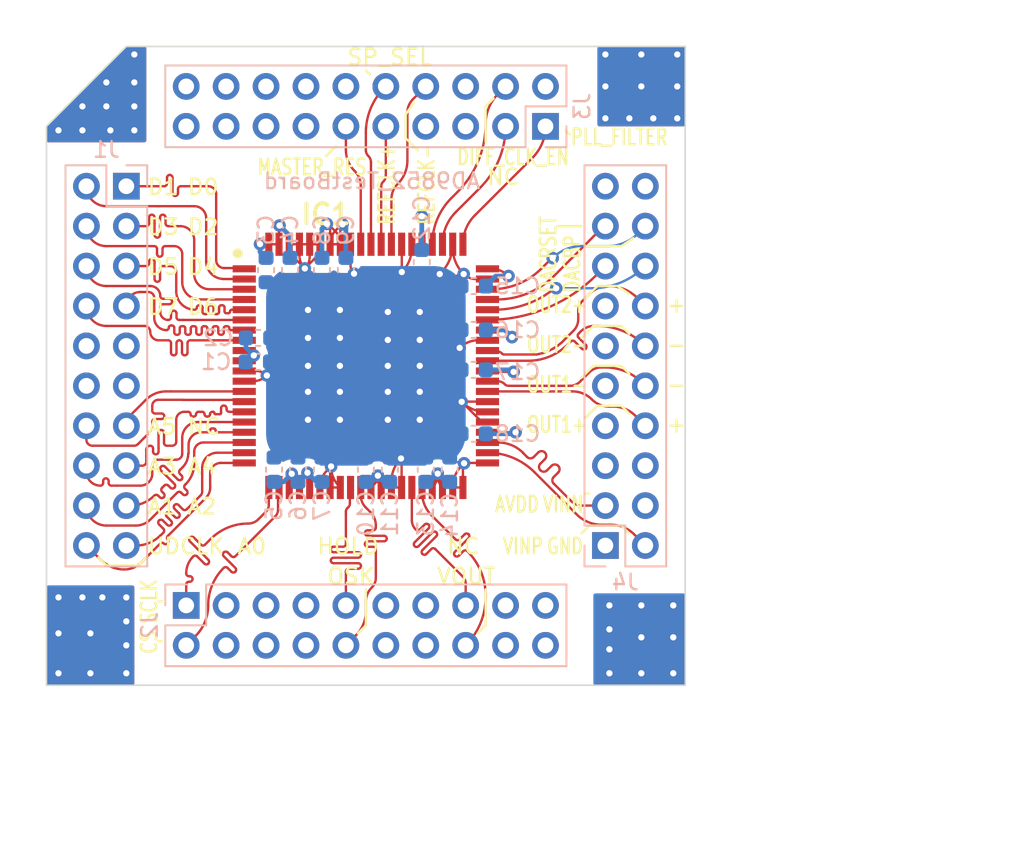
<source format=kicad_pcb>
(kicad_pcb (version 20221018) (generator pcbnew)
  (layers (0 "F.Cu" signal) (1 "In1.Cu" signal) (2 "In2.Cu" signal) (31 "B.Cu" signal) (34 "B.Paste" user) (35 "F.Paste" user) (36 "B.SilkS" user "B.Silkscreen") (37 "F.SilkS" user "F.Silkscreen") (38 "B.Mask" user) (39 "F.Mask" user) (44 "Edge.Cuts" user))
  (net 0 "")
  (net 1 "10")
  (net 2 "11")
  (net 3 "31")
  (net 4 "1")
  (net 5 "2")
  (net 6 "3")
  (net 7 "4")
  (net 8 "5")
  (net 9 "6")
  (net 10 "7")
  (net 11 "8")
  (net 12 "13")
  (net 13 "14")
  (net 14 "15")
  (net 15 "16")
  (net 16 "17")
  (net 17 "18")
  (net 18 "19")
  (net 19 "20")
  (net 20 "21")
  (net 21 "22")
  (net 22 "29")
  (net 23 "30")
  (net 24 "35")
  (net 25 "36")
  (net 26 "42")
  (net 27 "43")
  (net 28 "48")
  (net 29 "49")
  (net 30 "51")
  (net 31 "52")
  (net 32 "55")
  (net 33 "56")
  (net 34 "57")
  (net 35 "58")
  (net 36 "61")
  (net 37 "63")
  (net 38 "64")
  (net 39 "68")
  (net 40 "69")
  (net 41 "70")
  (net 42 "71")
  (footprint "SamacSys_Parts:QFP65P1600X1600X120-81N" (layer "F.Cu") (at 185.42 77.47)
    (fp_text reference "IC1")
    (fp_text value "AD9852ASVZ" hide)
  )
  (footprint "Capacitor_SMD:C_0603_1608Metric" (layer "B.Cu") (at 182.626 71.374 -90)
    (fp_text reference "C8")
    (fp_text value "100n")
  )
  (footprint "Capacitor_SMD:C_0603_1608Metric" (layer "B.Cu") (at 189.23 84.074 90)
    (fp_text reference "C13")
    (fp_text value "100n")
  )
  (footprint "Capacitor_SMD:C_0603_1608Metric" (layer "B.Cu") (at 184.15 71.374 -90)
    (fp_text reference "C9")
    (fp_text value "100n")
  )
  (footprint "Capacitor_SMD:C_0603_1608Metric" (layer "B.Cu") (at 192.278 81.788 180)
    (fp_text reference "C18")
    (fp_text value "100n")
  )
  (footprint "Capacitor_SMD:C_0603_1608Metric" (layer "B.Cu") (at 178.549 77.216)
    (fp_text reference "C1")
    (fp_text value "100n")
  )
  (footprint "Capacitor_SMD:C_0603_1608Metric" (layer "B.Cu") (at 179.578 84.074 90)
    (fp_text reference "C5")
    (fp_text value "100n")
  )
  (footprint "Capacitor_SMD:C_0603_1608Metric" (layer "B.Cu") (at 188.976 70.866 -90)
    (fp_text reference "C12")
    (fp_text value "100n")
  )
  (footprint "Capacitor_SMD:C_0603_1608Metric" (layer "B.Cu") (at 192.278 72.39 180)
    (fp_text reference "C15")
    (fp_text value "100n")
  )
  (footprint "Capacitor_SMD:C_0603_1608Metric" (layer "B.Cu") (at 178.562 75.692)
    (fp_text reference "C2")
    (fp_text value "100n")
  )
  (footprint "Connector_PinHeader_2.54mm:PinHeader_2x10_P2.54mm_Vertical" (layer "B.Cu") (at 200.66 88.9)
    (fp_text reference "J4")
    (fp_text value "Conn_01x20_Male")
  )
  (footprint "Capacitor_SMD:C_0603_1608Metric" (layer "B.Cu") (at 182.626 84.074 -90)
    (fp_text reference "C7")
    (fp_text value "100n")
  )
  (footprint "Capacitor_SMD:C_0603_1608Metric" (layer "B.Cu") (at 185.42 84.074 90)
    (fp_text reference "C10")
    (fp_text value "100n")
  )
  (footprint "Capacitor_SMD:C_0603_1608Metric" (layer "B.Cu") (at 192.278 77.724 180)
    (fp_text reference "C17")
    (fp_text value "100n")
  )
  (footprint "Capacitor_SMD:C_0603_1608Metric" (layer "B.Cu") (at 190.754 84.074 90)
    (fp_text reference "C14")
    (fp_text value "100n")
  )
  (footprint "Capacitor_SMD:C_0603_1608Metric" (layer "B.Cu") (at 186.944 84.074 90)
    (fp_text reference "C11")
    (fp_text value "100n")
  )
  (footprint "Capacitor_SMD:C_0603_1608Metric" (layer "B.Cu") (at 179.07 71.374 -90)
    (fp_text reference "C3")
    (fp_text value "100n")
  )
  (footprint "Capacitor_SMD:C_0603_1608Metric" (layer "B.Cu") (at 192.278 75.184 180)
    (fp_text reference "C16")
    (fp_text value "100n")
  )
  (footprint "Connector_PinHeader_2.54mm:PinHeader_2x10_P2.54mm_Vertical" (layer "B.Cu") (at 173.99 92.71 -90)
    (fp_text reference "J2")
    (fp_text value "Conn_01x20_Male")
  )
  (footprint "Connector_PinHeader_2.54mm:PinHeader_2x10_P2.54mm_Vertical" (layer "B.Cu") (at 170.18 66.04 180)
    (fp_text reference "J1")
    (fp_text value "Conn_01x20_Male")
  )
  (footprint "Capacitor_SMD:C_0603_1608Metric" (layer "B.Cu") (at 180.594 71.374 -90)
    (fp_text reference "C4")
    (fp_text value "100n")
  )
  (footprint "Capacitor_SMD:C_0603_1608Metric" (layer "B.Cu") (at 181.102 84.074 -90)
    (fp_text reference "C6")
    (fp_text value "100n")
  )
  (footprint "Connector_PinHeader_2.54mm:PinHeader_2x10_P2.54mm_Vertical" (layer "B.Cu") (at 196.85 62.23 90)
    (fp_text reference "J3")
    (fp_text value "Conn_01x20_Male")
  )
  (gr_line (start 170.942 90.17) (end 171.45 89.662) (stroke (width 0.15)) (layer "F.SilkS"))
  (gr_line (start 201.676 74.93) (end 202.184 75.438) (stroke (width 0.15)) (layer "F.SilkS"))
  (gr_line (start 199.39 73.152) (end 200.152 72.39) (stroke (width 0.15)) (layer "F.SilkS"))
  (gr_line (start 193.04 91.694) (end 193.04 93.98) (stroke (width 0.15)) (layer "F.SilkS"))
  (gr_line (start 201.676 77.47) (end 202.184 77.978) (stroke (width 0.15)) (layer "F.SilkS"))
  (gr_line (start 168.402 89.662) (end 168.91 90.17) (stroke (width 0.15)) (layer "F.SilkS"))
  (gr_line (start 199.898 77.47) (end 201.422 77.47) (stroke (width 0.15)) (layer "F.SilkS"))
  (gr_line (start 199.136 75.692) (end 199.898 74.93) (stroke (width 0.15)) (layer "F.SilkS"))
  (gr_line (start 199.39 69.85) (end 201.676 69.85) (stroke (width 0.15)) (layer "F.SilkS"))
  (gr_line (start 201.676 87.63) (end 202.184 88.138) (stroke (width 0.15)) (layer "F.SilkS"))
  (gr_line (start 172.212 92.456) (end 172.466 92.456) (stroke (width 0.15)) (layer "F.SilkS"))
  (gr_line (start 188.722 63.754) (end 187.96 62.992) (stroke (width 0.15)) (layer "F.SilkS"))
  (gr_line (start 198.374 62.738) (end 198.12 62.484) (stroke (width 0.15)) (layer "F.SilkS"))
  (gr_line (start 199.898 74.93) (end 201.676 74.93) (stroke (width 0.15)) (layer "F.SilkS"))
  (gr_line (start 197.612 68.58) (end 199.136 68.58) (stroke (width 0.15)) (layer "F.SilkS"))
  (gr_line (start 201.422 72.39) (end 202.184 72.898) (stroke (width 0.15)) (layer "F.SilkS"))
  (gr_line (start 199.136 78.232) (end 199.898 77.47) (stroke (width 0.15)) (layer "F.SilkS"))
  (gr_line (start 168.91 90.17) (end 170.942 90.17) (stroke (width 0.15)) (layer "F.SilkS"))
  (gr_line (start 201.676 80.01) (end 202.184 80.518) (stroke (width 0.15)) (layer "F.SilkS"))
  (gr_line (start 185.42 93.98) (end 185.166 94.234) (stroke (width 0.15)) (layer "F.SilkS"))
  (gr_line (start 201.422 77.47) (end 201.676 77.47) (stroke (width 0.15)) (layer "F.SilkS"))
  (gr_line (start 185.42 91.694) (end 185.42 93.98) (stroke (width 0.15)) (layer "F.SilkS"))
  (gr_line (start 200.152 80.01) (end 201.676 80.01) (stroke (width 0.15)) (layer "F.SilkS"))
  (gr_line (start 187.96 61.468) (end 188.468 60.706) (stroke (width 0.15)) (layer "F.SilkS"))
  (gr_line (start 200.152 72.39) (end 201.422 72.39) (stroke (width 0.15)) (layer "F.SilkS"))
  (gr_line (start 193.04 63.246) (end 193.04 60.96) (stroke (width 0.15)) (layer "F.SilkS"))
  (gr_line (start 199.136 88.138) (end 199.644 87.63) (stroke (width 0.15)) (layer "F.SilkS"))
  (gr_line (start 187.96 62.992) (end 187.96 61.468) (stroke (width 0.15)) (layer "F.SilkS"))
  (gr_line (start 182.88 64.135) (end 183.515 63.5) (stroke (width 0.15)) (layer "F.SilkS"))
  (gr_line (start 185.42 58.674) (end 185.674 58.928) (stroke (width 0.15)) (layer "F.SilkS"))
  (gr_line (start 193.04 60.96) (end 193.548 60.452) (stroke (width 0.15)) (layer "F.SilkS"))
  (gr_line (start 185.166 94.234) (end 184.912 94.488) (stroke (width 0.15)) (layer "F.SilkS"))
  (gr_line (start 201.676 69.85) (end 202.438 69.342) (stroke (width 0.15)) (layer "F.SilkS"))
  (gr_line (start 193.04 93.98) (end 192.532 94.488) (stroke (width 0.15)) (layer "F.SilkS"))
  (gr_line (start 199.644 85.598) (end 199.39 85.598) (stroke (width 0.15)) (layer "F.SilkS"))
  (gr_line (start 172.212 94.996) (end 172.466 94.996) (stroke (width 0.15)) (layer "F.SilkS"))
  (gr_line (start 199.39 80.772) (end 200.152 80.01) (stroke (width 0.15)) (layer "F.SilkS"))
  (gr_line (start 199.644 87.63) (end 201.676 87.63) (stroke (width 0.15)) (layer "F.SilkS"))
  (gr_line (start 205.74 57.15) (end 170.18 57.15) (stroke (width 0.1)) (layer "Edge.Cuts"))
  (gr_line (start 205.74 97.79) (end 205.74 57.15) (stroke (width 0.1)) (layer "Edge.Cuts"))
  (gr_line (start 170.18 57.15) (end 165.1 62.23) (stroke (width 0.1)) (layer "Edge.Cuts"))
  (gr_line (start 165.1 97.79) (end 205.74 97.79) (stroke (width 0.1)) (layer "Edge.Cuts"))
  (gr_line (start 165.1 62.23) (end 165.1 97.79) (stroke (width 0.1)) (layer "Edge.Cuts"))
  (gr_text "AD9852_TestBoard" (at 192.786 66.294) (layer "B.SilkS") (effects (font (size 1 1)) (justify left bottom mirror)))
  (gr_text "A0" (at 177.165 89.535) (layer "F.SilkS") (effects (font (size 1 1)) (justify left bottom)))
  (gr_text "A4" (at 173.99 84.455) (layer "F.SilkS") (effects (font (size 1 1)) (justify left bottom)))
  (gr_text "-" (at 204.47 79.248) (layer "F.SilkS") (effects (font (size 1 1)) (justify left bottom)))
  (gr_text "HOLD" (at 182.245 89.535) (layer "F.SilkS") (effects (font (size 1 1)) (justify left bottom)))
  (gr_text "D2" (at 173.99 69.215) (layer "F.SilkS") (effects (font (size 1 1)) (justify left bottom)))
  (gr_text "NC" (at 173.99 81.915) (layer "F.SilkS") (effects (font (size 1 1)) (justify left bottom)))
  (gr_text "SP_SEL" (at 184.15 58.42) (layer "F.SilkS") (effects (font (size 1 1)) (justify left bottom)))
  (gr_text "D5" (at 171.45 71.755) (layer "F.SilkS") (effects (font (size 1 1)) (justify left bottom)))
  (gr_text "REFCLK+" (at 187.325 68.58 90) (layer "F.SilkS") (effects (font (size 1 0.75)) (justify left bottom)))
  (gr_text "UDCLK" (at 171.45 89.535) (layer "F.SilkS") (effects (font (size 1 1)) (justify left bottom)))
  (gr_text "D6" (at 173.99 74.295) (layer "F.SilkS") (effects (font (size 1 1)) (justify left bottom)))
  (gr_text "D7" (at 171.45 74.295) (layer "F.SilkS") (effects (font (size 1 1)) (justify left bottom)))
  (gr_text "DIFF_CLK_EN" (at 191.135 64.77) (layer "F.SilkS") (effects (font (size 1 0.75)) (justify left bottom)))
  (gr_text "-" (at 204.47 76.708) (layer "F.SilkS") (effects (font (size 1 1)) (justify left bottom)))
  (gr_text "OUT1+" (at 195.58 81.788) (layer "F.SilkS") (effects (font (size 1 0.75)) (justify left bottom)))
  (gr_text "D4" (at 173.99 71.755) (layer "F.SilkS") (effects (font (size 1 1)) (justify left bottom)))
  (gr_text "D3" (at 171.45 69.215) (layer "F.SilkS") (effects (font (size 1 1)) (justify left bottom)))
  (gr_text "VINP" (at 194.056 89.535) (layer "F.SilkS") (effects (font (size 1 0.75)) (justify left bottom)))
  (gr_text "OUT1-" (at 195.58 79.248) (layer "F.SilkS") (effects (font (size 1 0.75)) (justify left bottom)))
  (gr_text "OUT2+" (at 195.58 74.168) (layer "F.SilkS") (effects (font (size 1 0.75)) (justify left bottom)))
  (gr_text "NC" (at 190.5 89.535) (layer "F.SilkS") (effects (font (size 1 1)) (justify left bottom)))
  (gr_text "GND" (at 196.85 89.535) (layer "F.SilkS") (effects (font (size 1 0.75)) (justify left bottom)))
  (gr_text "NC" (at 193.04 66.04) (layer "F.SilkS") (effects (font (size 1 1)) (justify left bottom)))
  (gr_text "DACBP" (at 199.136 72.898 90) (layer "F.SilkS") (effects (font (size 1 0.75)) (justify left bottom)))
  (gr_text "REFCLK-" (at 189.865 68.58 90) (layer "F.SilkS") (effects (font (size 1 0.75)) (justify left bottom)))
  (gr_text "A2" (at 173.99 86.995) (layer "F.SilkS") (effects (font (size 1 1)) (justify left bottom)))
  (gr_text "CS\n" (at 172.212 95.885 90) (layer "F.SilkS") (effects (font (size 1 0.75)) (justify left bottom)))
  (gr_text "VOUT" (at 189.865 91.44) (layer "F.SilkS") (effects (font (size 1 1)) (justify left bottom)))
  (gr_text "VINN" (at 196.596 86.868) (layer "F.SilkS") (effects (font (size 1 0.75)) (justify left bottom)))
  (gr_text "A3" (at 171.45 84.455) (layer "F.SilkS") (effects (font (size 1 1)) (justify left bottom)))
  (gr_text "PLL_FILTER" (at 198.374 63.5) (layer "F.SilkS") (effects (font (size 1 0.75)) (justify left bottom)))
  (gr_text "D0" (at 173.99 66.675) (layer "F.SilkS") (effects (font (size 1 1)) (justify left bottom)))
  (gr_text "+" (at 204.47 74.168) (layer "F.SilkS") (effects (font (size 1 1)) (justify left bottom)))
  (gr_text "MASTER_RES" (at 178.435 65.405) (layer "F.SilkS") (effects (font (size 1 0.75)) (justify left bottom)))
  (gr_text "OUT2-" (at 195.58 76.708) (layer "F.SilkS") (effects (font (size 1 0.75)) (justify left bottom)))
  (gr_text "DACRSET" (at 197.612 72.898 90) (layer "F.SilkS") (effects (font (size 1 0.75)) (justify left bottom)))
  (gr_text "A1" (at 171.45 86.995) (layer "F.SilkS") (effects (font (size 1 1)) (justify left bottom)))
  (gr_text "A5" (at 171.45 81.915) (layer "F.SilkS") (effects (font (size 1 1)) (justify left bottom)))
  (gr_text "D1" (at 171.45 66.675) (layer "F.SilkS") (effects (font (size 1 1)) (justify left bottom)))
  (gr_text "+" (at 204.47 81.788) (layer "F.SilkS") (effects (font (size 1 1)) (justify left bottom)))
  (gr_text "OSK" (at 182.88 91.44) (layer "F.SilkS") (effects (font (size 1 1)) (justify left bottom)))
  (gr_text "AVDD" (at 193.548 86.868) (layer "F.SilkS") (effects (font (size 1 0.75)) (justify left bottom)))
  (gr_text "SCLK" (at 172.212 93.98 90) (layer "F.SilkS") (effects (font (size 1 0.75)) (justify left bottom)))
  (segment (start 181.705405 84.26892) (end 181.705405 84.870988) (width 0.15) (layer "F.Cu") (net 1))
  (segment (start 178.188466 76.704785) (end 178.290092 76.806411) (width 0.15) (layer "F.Cu") (net 1))
  (segment (start 183.004886 68.435219) (end 183.517944 68.948277) (width 0.15) (layer "F.Cu") (net 1))
  (segment (start 183.883368 68.468095) (end 183.448743 68.90272) (width 0.15) (layer "F.Cu") (net 1))
  (segment (start 179.895 69.732) (end 179.245 69.732) (width 0.15) (layer "F.Cu") (net 1))
  (segment (start 183.795 68.642769) (end 183.795 69.732) (width 0.15) (layer "F.Cu") (net 1))
  (segment (start 181.498119 84.476207) (end 181.705405 84.26892) (width 0.15) (layer "F.Cu") (net 1))
  (segment (start 183.933121 68.468095) (end 183.933121 68.486882) (width 0.15) (layer "F.Cu") (net 1))
  (segment (start 182.935887 68.435219) (end 183.004886 68.435219) (width 0.15) (layer "F.Cu") (net 1))
  (segment (start 182.935887 68.435219) (end 183.00836 68.435219) (width 0.15) (layer "F.Cu") (net 1))
  (segment (start 180.704014 84.335111) (end 180.704014 84.824107) (width 0.15) (layer "F.Cu") (net 1))
  (segment (start 183.145 68.57358) (end 183.145 69.732) (width 0.15) (layer "F.Cu") (net 1))
  (segment (start 179.895 69.732) (end 179.895 68.617908) (width 0.15) (layer "F.Cu") (net 1))
  (segment (start 180.924954 84.556051) (end 180.704014 84.335111) (width 0.15) (layer "F.Cu") (net 1))
  (segment (start 183.00836 68.435219) (end 183.145672 68.572531) (width 0.15) (layer "F.Cu") (net 1))
  (segment (start 183.933121 68.468095) (end 183.883368 68.468095) (width 0.15) (layer "F.Cu") (net 1))
  (segment (start 183.933121 68.486882) (end 183.794863 68.62514) (width 0.15) (layer "F.Cu") (net 1))
  (segment (start 183.145 69.732) (end 183.795 69.732) (width 0.15) (layer "F.Cu") (net 1))
  (segment (start 178.142071 76.954433) (end 178.290092 76.806411) (width 0.15) (layer "F.Cu") (net 1))
  (via (at 180.704014 84.335111) (size 0.8) (drill 0.4) (layers "F.Cu" "B.Cu") (net 1))
  (via (at 182.935887 68.435219) (size 0.8) (drill 0.4) (layers "F.Cu" "B.Cu") (net 1))
  (via (at 178.290092 76.806411) (size 0.8) (drill 0.4) (layers "F.Cu" "B.Cu") (net 1))
  (via (at 181.705405 84.26892) (size 0.8) (drill 0.4) (layers "F.Cu" "B.Cu") (net 1))
  (via (at 183.933121 68.468095) (size 0.8) (drill 0.4) (layers "F.Cu" "B.Cu") (net 1))
  (via (at 179.926269 68.542418) (size 0.8) (drill 0.4) (layers "F.Cu" "B.Cu") (net 1))
  (via (at 178.689 69.723) (size 0.8) (drill 0.4) (layers "F.Cu" "B.Cu") (net 1))
  (arc (start 179.895 68.617908) (mid 179.903126 68.577054) (end 179.926269 68.542418) (width 0.15) (layer "F.Cu") (net 1))
  (arc (start 181.195 85.208) (mid 181.273778 84.811956) (end 181.498119 84.476207) (width 0.15) (layer "F.Cu") (net 1))
  (arc (start 183.794863 68.62514) (mid 183.79457 68.634069) (end 183.795 68.642769) (width 0.15) (layer "F.Cu") (net 1))
  (arc (start 181.705405 84.870988) (mid 181.741684 85.053378) (end 181.845 85.208) (width 0.15) (layer "F.Cu") (net 1))
  (arc (start 183.145672 68.572531) (mid 183.144976 68.573131) (end 183.145 68.57358) (width 0.15) (layer "F.Cu") (net 1))
  (arc (start 180.704014 84.824107) (mid 180.662688 85.031868) (end 180.545 85.208) (width 0.15) (layer "F.Cu") (net 1))
  (arc (start 177.682 77.145) (mid 177.930988 77.095473) (end 178.142071 76.954433) (width 0.15) (layer "F.Cu") (net 1))
  (arc (start 183.517944 68.948277) (mid 183.72298 69.316944) (end 183.795 69.732) (width 0.15) (layer "F.Cu") (net 1))
  (arc (start 181.195 85.208) (mid 181.124817 84.855168) (end 180.924954 84.556051) (width 0.15) (layer "F.Cu") (net 1))
  (arc (start 177.682 76.495) (mid 177.956097 76.549521) (end 178.188466 76.704785) (width 0.15) (layer "F.Cu") (net 1))
  (arc (start 183.448743 68.90272) (mid 183.223788 69.290803) (end 183.145 69.732) (width 0.15) (layer "F.Cu") (net 1))
  (segment (start 180.190125 84.849) (end 180.704014 84.335111) (width 0.3) (layer "B.Cu") (net 1))
  (segment (start 177.880503 77.216) (end 178.290092 76.806411) (width 0.3) (layer "B.Cu") (net 1))
  (segment (start 182.935887 68.435219) (end 182.626 68.745106) (width 0.3) (layer "B.Cu") (net 1))
  (segment (start 182.626 84.849) (end 182.285485 84.849) (width 0.3) (layer "B.Cu") (net 1))
  (segment (start 182.285485 84.849) (end 181.705405 84.26892) (width 0.3) (layer "B.Cu") (net 1))
  (segment (start 181.102 84.733097) (end 180.704014 84.335111) (width 0.3) (layer "B.Cu") (net 1))
  (segment (start 184.15 68.684974) (end 184.15 70.599) (width 0.3) (layer "B.Cu") (net 1))
  (segment (start 177.787 76.303319) (end 178.290092 76.806411) (width 0.3) (layer "B.Cu") (net 1))
  (segment (start 180.594 70.599) (end 180.594 69.210149) (width 0.3) (layer "B.Cu") (net 1))
  (segment (start 182.626 68.745106) (end 182.626 70.599) (width 0.3) (layer "B.Cu") (net 1))
  (segment (start 177.774 77.216) (end 177.880503 77.216) (width 0.3) (layer "B.Cu") (net 1))
  (segment (start 178.689 69.723) (end 178.689 70.218) (width 0.3) (layer "B.Cu") (net 1))
  (segment (start 177.787 75.692) (end 177.787 76.303319) (width 0.3) (layer "B.Cu") (net 1))
  (segment (start 183.933121 68.468095) (end 184.15 68.684974) (width 0.3) (layer "B.Cu") (net 1))
  (segment (start 181.102 84.849) (end 181.102 84.733097) (width 0.3) (layer "B.Cu") (net 1))
  (segment (start 179.578 84.849) (end 180.190125 84.849) (width 0.3) (layer "B.Cu") (net 1))
  (segment (start 178.689 70.218) (end 179.07 70.599) (width 0.3) (layer "B.Cu") (net 1))
  (segment (start 180.594 69.210149) (end 179.926269 68.542418) (width 0.3) (layer "B.Cu") (net 1))
  (segment (start 188.629554 77.47) (end 185.42 77.47) (width 0.15) (layer "F.Cu") (net 2))
  (segment (start 187.706 71.501) (end 187.706 71.951108) (width 0.15) (layer "F.Cu") (net 2))
  (segment (start 191.595 85.208) (end 191.595 83.844803) (width 0.15) (layer "F.Cu") (net 2))
  (segment (start 190.992593 71.897408) (end 185.42 77.47) (width 0.15) (layer "F.Cu") (net 2))
  (segment (start 183.145 85.208) (end 183.795 85.208) (width 0.15) (layer "F.Cu") (net 2))
  (segment (start 177.682 77.795) (end 178.433715 77.795) (width 0.15) (layer "F.Cu") (net 2))
  (segment (start 187.6552 83.3628) (end 187.6552 82.86625) (width 0.15) (layer "F.Cu") (net 2))
  (segment (start 192.555392 80.795391) (end 191.516 79.756) (width 0.15) (layer "F.Cu") (net 2))
  (segment (start 190.945 69.732) (end 190.945 69.942879) (width 0.15) (layer "F.Cu") (net 2))
  (segment (start 181.195 69.732) (end 181.845 69.732) (width 0.15) (layer "F.Cu") (net 2))
  (segment (start 180.545 69.732) (end 181.195 69.732) (width 0.15) (layer "F.Cu") (net 2))
  (segment (start 191.522706 83.813294) (end 191.6684 83.6676) (width 0.15) (layer "F.Cu") (net 2))
  (segment (start 180.933502 70.669927) (end 181.535935 71.27236) (width 0.15) (layer "F.Cu") (net 2))
  (segment (start 187.695 85.208) (end 187.045 85.208) (width 0.15) (layer "F.Cu") (net 2))
  (segment (start 183.145 85.208) (end 183.145 84.0209) (width 0.15) (layer "F.Cu") (net 2))
  (segment (start 187.706 71.501) (end 187.706 69.758556) (width 0.15) (layer "F.Cu") (net 2))
  (segment (start 182.495 69.732) (end 181.845 69.732) (width 0.15) (layer "F.Cu") (net 2))
  (segment (start 183.739295 85.152295) (end 183.795 85.208) (width 0.15) (layer "F.Cu") (net 2))
  (segment (start 183.207828 83.86922) (end 183.207828 82.810655) (width 0.15) (layer "F.Cu") (net 2))
  (segment (start 182.937615 84.139433) (end 183.207828 83.86922) (width 0.15) (layer "F.Cu") (net 2))
  (segment (start 191.516 79.756) (end 190.938892 79.756) (width 0.15) (layer "F.Cu") (net 2))
  (segment (start 190.119 71.628) (end 190.188395 71.558605) (width 0.15) (layer "F.Cu") (net 2))
  (segment (start 188.345 69.732) (end 188.345 69.958318) (width 0.15) (layer "F.Cu") (net 2))
  (segment (start 184.445 69.732) (end 184.445 71.067612) (width 0.15) (layer "F.Cu") (net 2))
  (segment (start 182.083962 70.724332) (end 181.535935 71.27236) (width 0.15) (layer "F.Cu") (net 2))
  (segment (start 193.158 80.395) (end 193.058682 80.395) (width 0.15) (layer "F.Cu") (net 2))
  (segment (start 187.695 85.208) (end 187.695 83.458885) (width 0.15) (layer "F.Cu") (net 2))
  (segment (start 189.310777 73.579223) (end 185.42 77.47) (width 0.15) (layer "F.Cu") (net 2))
  (segment (start 193.158 71.945) (end 192.408305 71.945) (width 0.15) (layer "F.Cu") (net 2))
  (segment (start 181.845 69.732) (end 181.845 70.526212) (width 0.15) (layer "F.Cu") (net 2))
  (segment (start 191.595 85.208) (end 190.945 85.208) (width 0.15) (layer "F.Cu") (net 2))
  (segment (start 193.158 83.645) (end 191.722961 83.645) (width 0.15) (layer "F.Cu") (net 2))
  (segment (start 181.195 69.732) (end 181.195 70.449271) (width 0.15) (layer "F.Cu") (net 2))
  (segment (start 193.158 75.845) (end 192.55265 75.845) (width 0.15) (layer "F.Cu") (net 2))
  (segment (start 193.158 79.745) (end 191.542556 79.745) (width 0.15) (layer "F.Cu") (net 2))
  (segment (start 178.238647 78.445) (end 177.682 78.445) (width 0.15) (layer "F.Cu") (net 2))
  (segment (start 187.045 85.208) (end 187.045 84.835953) (width 0.15) (layer "F.Cu") (net 2))
  (segment (start 182.495 85.208) (end 183.145 85.208) (width 0.15) (layer "F.Cu") (net 2))
  (via (at 184.667183 71.604009) (size 0.8) (drill 0.4) (layers "F.Cu" "B.Cu") (net 2))
  (via (at 202.946 97.028) (size 0.8) (drill 0.4) (layers "F.Cu" "B.Cu") (net 2))
  (via (at 205.232 59.69) (size 0.8) (drill 0.4) (layers "F.Cu" "B.Cu") (net 2))
  (via (at 170.688 59.436) (size 0.8) (drill 0.4) (layers "F.Cu" "B.Cu") (net 2))
  (via (at 202.946 92.71) (size 0.8) (drill 0.4) (layers "F.Cu" "B.Cu") (net 2))
  (via (at 204.978 92.71) (size 0.8) (drill 0.4) (layers "F.Cu" "B.Cu") (net 2))
  (via (at 187.6552 83.3628) (size 0.8) (drill 0.4) (layers "F.Cu" "B.Cu") (net 2))
  (via (at 200.914 92.71) (size 0.8) (drill 0.4) (layers "F.Cu" "B.Cu") (net 2))
  (via (at 188.849 77.47) (size 0.8) (drill 0.4) (layers "F.Cu" "B.Cu") (net 2))
  (via (at 204.978 97.028) (size 0.8) (drill 0.4) (layers "F.Cu" "B.Cu") (net 2))
  (via (at 187.706 71.501) (size 0.8) (drill 0.4) (layers "F.Cu" "B.Cu") (net 2))
  (via (at 181.737 75.692) (size 0.8) (drill 0.4) (layers "F.Cu" "B.Cu") (net 2))
  (via (at 170.688 60.96) (size 0.8) (drill 0.4) (layers "F.Cu" "B.Cu") (net 2))
  (via (at 186.817 74.041) (size 0.8) (drill 0.4) (layers "F.Cu" "B.Cu") (net 2))
  (via (at 188.849 75.819) (size 0.8) (drill 0.4) (layers "F.Cu" "B.Cu") (net 2))
  (via (at 183.769 79.121) (size 0.8) (drill 0.4) (layers "F.Cu" "B.Cu") (net 2))
  (via (at 167.386 92.202) (size 0.8) (drill 0.4) (layers "F.Cu" "B.Cu") (net 2))
  (via (at 200.914 95.504) (size 0.8) (drill 0.4) (layers "F.Cu" "B.Cu") (net 2))
  (via (at 168.91 60.96) (size 0.8) (drill 0.4) (layers "F.Cu" "B.Cu") (net 2))
  (via (at 181.737 73.914) (size 0.8) (drill 0.4) (layers "F.Cu" "B.Cu") (net 2))
  (via (at 191.389 76.327) (size 0.8) (drill 0.4) (layers "F.Cu" "B.Cu") (net 2))
  (via (at 183.207828 83.86922) (size 0.8) (drill 0.4) (layers "F.Cu" "B.Cu") (net 2))
  (via (at 188.849 74.041) (size 0.8) (drill 0.4) (layers "F.Cu" "B.Cu") (net 2))
  (via (at 167.386 62.484) (size 0.8) (drill 0.4) (layers "F.Cu" "B.Cu") (net 2))
  (via (at 169.164 62.484) (size 0.8) (drill 0.4) (layers "F.Cu" "B.Cu") (net 2))
  (via (at 165.862 97.028) (size 0.8) (drill 0.4) (layers "F.Cu" "B.Cu") (net 2))
  (via (at 200.914 97.028) (size 0.8) (drill 0.4) (layers "F.Cu" "B.Cu") (net 2))
  (via (at 181.737 77.47) (size 0.8) (drill 0.4) (layers "F.Cu" "B.Cu") (net 2))
  (via (at 191.516 79.756) (size 0.8) (drill 0.4) (layers "F.Cu" "B.Cu") (net 2))
  (via (at 205.232 57.658) (size 0.8) (drill 0.4) (layers "F.Cu" "B.Cu") (net 2))
  (via (at 170.18 95.25) (size 0.8) (drill 0.4) (layers "F.Cu" "B.Cu") (net 2))
  (via (at 170.18 92.202) (size 0.8) (drill 0.4) (layers "F.Cu" "B.Cu") (net 2))
  (via (at 202.946 59.69) (size 0.8) (drill 0.4) (layers "F.Cu" "B.Cu") (net 2))
  (via (at 181.737 80.899) (size 0.8) (drill 0.4) (layers "F.Cu" "B.Cu") (net 2))
  (via (at 200.66 59.69) (size 0.8) (drill 0.4) (layers "F.Cu" "B.Cu") (net 2))
  (via (at 205.232 61.722) (size 0.8) (drill 0.4) (layers "F.Cu" "B.Cu") (net 2))
  (via (at 183.769 75.692) (size 0.8) (drill 0.4) (layers "F.Cu" "B.Cu") (net 2))
  (via (at 181.535935 71.27236) (size 0.8) (drill 0.4) (layers "F.Cu" "B.Cu") (net 2))
  (via (at 165.862 92.202) (size 0.8) (drill 0.4) (layers "F.Cu" "B.Cu") (net 2))
  (via (at 181.737 79.121) (size 0.8) (drill 0.4) (layers "F.Cu" "B.Cu") (net 2))
  (via (at 191.6684 83.6676) (size 0.8) (drill 0.4) (layers "F.Cu" "B.Cu") (net 2))
  (via (at 191.643 71.628) (size 0.8) (drill 0.4) (layers "F.Cu" "B.Cu") (net 2))
  (via (at 167.894 97.028) (size 0.8) (drill 0.4) (layers "F.Cu" "B.Cu") (net 2))
  (via (at 188.849 79.121) (size 0.8) (drill 0.4) (layers "F.Cu" "B.Cu") (net 2))
  (via (at 170.18 93.726) (size 0.8) (drill 0.4) (layers "F.Cu" "B.Cu") (net 2))
  (via (at 202.184 61.722) (size 0.8) (drill 0.4) (layers "F.Cu" "B.Cu") (net 2))
  (via (at 183.769 80.899) (size 0.8) (drill 0.4) (layers "F.Cu" "B.Cu") (net 2))
  (via (at 202.946 94.742) (size 0.8) (drill 0.4) (layers "F.Cu" "B.Cu") (net 2))
  (via (at 167.386 60.96) (size 0.8) (drill 0.4) (layers "F.Cu" "B.Cu") (net 2))
  (via (at 165.862 62.484) (size 0.8) (drill 0.4) (layers "F.Cu" "B.Cu") (net 2))
  (via (at 183.769 73.914) (size 0.8) (drill 0.4) (layers "F.Cu" "B.Cu") (net 2))
  (via (at 186.817 80.899) (size 0.8) (drill 0.4) (layers "F.Cu" "B.Cu") (net 2))
  (via (at 204.978 94.742) (size 0.8) (drill 0.4) (layers "F.Cu" "B.Cu") (net 2))
  (via (at 170.18 97.028) (size 0.8) (drill 0.4) (layers "F.Cu" "B.Cu") (net 2))
  (via (at 188.849 80.899) (size 0.8) (drill 0.4) (layers "F.Cu" "B.Cu") (net 2))
  (via (at 202.946 57.658) (size 0.8) (drill 0.4) (layers "F.Cu" "B.Cu") (net 2))
  (via (at 170.688 57.658) (size 0.8) (drill 0.4) (layers "F.Cu" "B.Cu") (net 2))
  (via (at 200.66 57.658) (size 0.8) (drill 0.4) (layers "F.Cu" "B.Cu") (net 2))
  (via (at 167.894 94.488) (size 0.8) (drill 0.4) (layers "F.Cu" "B.Cu") (net 2))
  (via (at 200.66 61.722) (size 0.8) (drill 0.4) (layers "F.Cu" "B.Cu") (net 2))
  (via (at 183.769 77.47) (size 0.8) (drill 0.4) (layers "F.Cu" "B.Cu") (net 2))
  (via (at 168.656 92.202) (size 0.8) (drill 0.4) (layers "F.Cu" "B.Cu") (net 2))
  (via (at 170.688 62.484) (size 0.8) (drill 0.4) (layers "F.Cu" "B.Cu") (net 2))
  (via (at 165.862 94.488) (size 0.8) (drill 0.4) (layers "F.Cu" "B.Cu") (net 2))
  (via (at 186.817 79.121) (size 0.8) (drill 0.4) (layers "F.Cu" "B.Cu") (net 2))
  (via (at 168.91 59.436) (size 0.8) (drill 0.4) (layers "F.Cu" "B.Cu") (net 2))
  (via (at 190.119 71.628) (size 0.8) (drill 0.4) (layers "F.Cu" "B.Cu") (net 2))
  (via (at 179.1208 78.0796) (size 0.8) (drill 0.4) (layers "F.Cu" "B.Cu") (net 2))
  (via (at 186.817 77.47) (size 0.8) (drill 0.4) (layers "F.Cu" "B.Cu") (net 2))
  (via (at 203.708 61.722) (size 0.8) (drill 0.4) (layers "F.Cu" "B.Cu") (net 2))
  (via (at 186.817 75.819) (size 0.8) (drill 0.4) (layers "F.Cu" "B.Cu") (net 2))
  (via (at 200.914 94.234) (size 0.8) (drill 0.4) (layers "F.Cu" "B.Cu") (net 2))
  (arc (start 191.542556 79.745) (mid 191.528184 79.747859) (end 191.516 79.756) (width 0.15) (layer "F.Cu") (net 2))
  (arc (start 190.938892 79.756) (mid 187.95209 79.161888) (end 185.42 77.47) (width 0.15) (layer "F.Cu") (net 2))
  (arc (start 190.188395 71.558605) (mid 190.748365 70.720552) (end 190.945 69.732) (width 0.15) (layer "F.Cu") (net 2))
  (arc (start 187.695 83.458885) (mid 187.684657 83.406884) (end 187.6552 83.3628) (width 0.15) (layer "F.Cu") (net 2))
  (arc (start 182.495 69.732) (mid 182.388175 70.269046) (end 182.083962 70.724332) (width 0.15) (layer "F.Cu") (net 2))
  (arc (start 193.058682 80.395) (mid 192.223788 80.228929) (end 191.516 79.756) (width 0.15) (layer "F.Cu") (net 2))
  (arc (start 187.045 84.835953) (mid 187.203586 84.038689) (end 187.6552 83.3628) (width 0.15) (layer "F.Cu") (net 2))
  (arc (start 192.55265 75.845) (mid 191.922887 75.970267) (end 191.389 76.327) (width 0.15) (layer "F.Cu") (net 2))
  (arc (start 182.495 85.208) (mid 182.610032 84.629696) (end 182.937615 84.139433) (width 0.15) (layer "F.Cu") (net 2))
  (arc (start 181.845 70.526212) (mid 181.764677 70.930024) (end 181.535935 71.27236) (width 0.15) (layer "F.Cu") (net 2))
  (arc (start 187.6552 82.86625) (mid 187.074291 79.945821) (end 185.42 77.47) (width 0.15) (layer "F.Cu") (net 2))
  (arc (start 187.706 69.758556) (mid 187.703141 69.744184) (end 187.695 69.732) (width 0.15) (layer "F.Cu") (net 2))
  (arc (start 192.408305 71.945) (mid 191.994125 71.862615) (end 191.643 71.628) (width 0.15) (layer "F.Cu") (net 2))
  (arc (start 183.207828 83.86922) (mid 183.345952 84.563615) (end 183.739295 85.152295) (width 0.15) (layer "F.Cu") (net 2))
  (arc (start 190.945 85.208) (mid 191.095141 84.453191) (end 191.522706 83.813294) (width 0.15) (layer "F.Cu") (net 2))
  (arc (start 190.945 69.942879) (mid 191.126404 70.854859) (end 191.643 71.628) (width 0.15) (layer "F.Cu") (net 2))
  (arc (start 191.595 83.844803) (mid 191.614076 83.748902) (end 191.6684 83.6676) (width 0.15) (layer "F.Cu") (net 2))
  (arc (start 183.207828 82.810655) (mid 183.782753 79.920314) (end 185.42 77.47) (width 0.15) (layer "F.Cu") (net 2))
  (arc (start 179.1208 78.0796) (mid 178.716066 78.350035) (end 178.238647 78.445) (width 0.15) (layer "F.Cu") (net 2))
  (arc (start 191.389 76.327) (mid 190.122956 77.172944) (end 188.629554 77.47) (width 0.15) (layer "F.Cu") (net 2))
  (arc (start 183.145 84.0209) (mid 183.161329 83.938812) (end 183.207828 83.86922) (width 0.15) (layer "F.Cu") (net 2))
  (arc (start 181.195 70.449271) (mid 181.283606 70.894724) (end 181.535935 71.27236) (width 0.15) (layer "F.Cu") (net 2))
  (arc (start 191.722961 83.645) (mid 191.693433 83.650873) (end 191.6684 83.6676) (width 0.15) (layer "F.Cu") (net 2))
  (arc (start 184.445 71.067612) (mid 184.502743 71.357908) (end 184.667183 71.604009) (width 0.15) (layer "F.Cu") (net 2))
  (arc (start 180.545 69.732) (mid 180.645968 70.239602) (end 180.933502 70.669927) (width 0.15) (layer "F.Cu") (net 2))
  (arc (start 178.433715 77.795) (mid 178.805562 77.868965) (end 179.1208 78.0796) (width 0.15) (layer "F.Cu") (net 2))
  (arc (start 190.119 71.628) (mid 189.90895 72.683994) (end 189.310777 73.579223) (width 0.15) (layer "F.Cu") (net 2))
  (arc (start 188.345 69.958318) (mid 188.178929 70.793212) (end 187.706 71.501) (width 0.15) (layer "F.Cu") (net 2))
  (arc (start 191.643 71.628) (mid 191.291002 71.698017) (end 190.992593 71.897408) (width 0.15) (layer "F.Cu") (net 2))
  (arc (start 187.706 71.951108) (mid 187.111888 74.93791) (end 185.42 77.47) (width 0.15) (layer "F.Cu") (net 2))
  (arc (start 193.158 81.045) (mid 192.831871 80.980129) (end 192.555392 80.795391) (width 0.15) (layer "F.Cu") (net 2))
  (segment (start 191.643 72.25) (end 191.503 72.39) (width 0.3) (layer "B.Cu") (net 2))
  (segment (start 187.6552 83.3628) (end 187.098026 83.3628) (width 0.15) (layer "B.Cu") (net 2))
  (segment (start 191.389 76.327) (end 191.389 75.298) (width 0.3) (layer "B.Cu") (net 2))
  (segment (start 188.836 71.501) (end 188.976 71.641) (width 0.3) (layer "B.Cu") (net 2))
  (segment (start 181.42447 71.318531) (end 180.594 72.149) (width 0.15) (layer "B.Cu") (net 2))
  (segment (start 188.989 71.628) (end 188.976 71.641) (width 0.3) (layer "B.Cu") (net 2))
  (segment (start 190.119 71.628) (end 188.989 71.628) (width 0.3) (layer "B.Cu") (net 2))
  (segment (start 184.64752 71.65148) (end 184.15 72.149) (width 0.15) (layer "B.Cu") (net 2))
  (segment (start 191.6684 83.6676) (end 191.643879 83.6676) (width 0.15) (layer "B.Cu") (net 2))
  (segment (start 191.516 81.775) (end 191.503 81.788) (width 0.3) (layer "B.Cu") (net 2))
  (segment (start 191.643 71.628) (end 191.643 72.25) (width 0.3) (layer "B.Cu") (net 2))
  (segment (start 183.207828 83.86922) (end 182.645817 83.307209) (width 0.15) (layer "B.Cu") (net 2))
  (segment (start 187.706 71.501) (end 188.836 71.501) (width 0.3) (layer "B.Cu") (net 2))
  (segment (start 191.389 75.298) (end 191.503 75.184) (width 0.3) (layer "B.Cu") (net 2))
  (segment (start 191.516 79.756) (end 191.516 81.775) (width 0.3) (layer "B.Cu") (net 2))
  (segment (start 179.324 77.589032) (end 179.324 77.216) (width 0.15) (layer "B.Cu") (net 2))
  (arc (start 191.643879 83.6676) (mid 191.16228 83.571804) (end 190.754 83.299) (width 0.15) (layer "B.Cu") (net 2))
  (arc (start 187.098026 83.3628) (mid 187.014668 83.346219) (end 186.944 83.299) (width 0.15) (layer "B.Cu") (net 2))
  (arc (start 179.1208 78.0796) (mid 179.27119 77.854525) (end 179.324 77.589032) (width 0.15) (layer "B.Cu") (net 2))
  (arc (start 181.535935 71.27236) (mid 181.47561 71.284359) (end 181.42447 71.318531) (width 0.15) (layer "B.Cu") (net 2))
  (arc (start 182.645817 83.307209) (mid 182.636726 83.301133) (end 182.626 83.299) (width 0.15) (layer "B.Cu") (net 2))
  (arc (start 184.667183 71.604009) (mid 184.662073 71.6297) (end 184.64752 71.65148) (width 0.15) (layer "B.Cu") (net 2))
  (segment (start 193.158 75.195) (end 194.2702 75.195) (width 0.15) (layer "F.Cu") (net 3))
  (segment (start 188.995 69.732) (end 188.995 67.99087) (width 0.15) (layer "F.Cu") (net 3))
  (segment (start 193.158 71.295) (end 193.384464 71.295) (width 0.15) (layer "F.Cu") (net 3))
  (segment (start 189.992 84.328) (end 189.992 84.370268) (width 0.15) (layer "F.Cu") (net 3))
  (segment (start 185.958554 84.994445) (end 185.745 85.208) (width 0.15) (layer "F.Cu") (net 3))
  (segment (start 194.2702 75.195) (end 194.7164 75.6412) (width 0.15) (layer "F.Cu") (net 3))
  (segment (start 189.992 84.328) (end 189.992 84.476494) (width 0.15) (layer "F.Cu") (net 3))
  (segment (start 186.182 84.455) (end 186.182 84.693773) (width 0.15) (layer "F.Cu") (net 3))
  (segment (start 194.818 77.851) (end 193.293195 77.851) (width 0.15) (layer "F.Cu") (net 3))
  (segment (start 194.945 81.695) (end 193.158 81.695) (width 0.15) (layer "F.Cu") (net 3))
  (via (at 194.495002 71.755) (size 0.8) (drill 0.4) (layers "F.Cu" "B.Cu") (net 3))
  (via (at 194.818 77.851) (size 0.8) (drill 0.4) (layers "F.Cu" "B.Cu") (net 3))
  (via (at 194.7164 75.6412) (size 0.8) (drill 0.4) (layers "F.Cu" "B.Cu") (net 3))
  (via (at 189.992 84.328) (size 0.8) (drill 0.4) (layers "F.Cu" "B.Cu") (net 3))
  (via (at 188.976 67.945) (size 0.8) (drill 0.4) (layers "F.Cu" "B.Cu") (net 3))
  (via (at 186.182 84.455) (size 0.8) (drill 0.4) (layers "F.Cu" "B.Cu") (net 3))
  (via (at 194.945 81.695) (size 0.8) (drill 0.4) (layers "F.Cu" "B.Cu") (net 3))
  (arc (start 188.995 67.99087) (mid 188.990063 67.966046) (end 188.976 67.945) (width 0.15) (layer "F.Cu") (net 3))
  (arc (start 193.293195 77.851) (mid 193.220028 77.836446) (end 193.158 77.795) (width 0.15) (layer "F.Cu") (net 3))
  (arc (start 189.992 84.476494) (mid 190.070747 84.872382) (end 190.295 85.208) (width 0.15) (layer "F.Cu") (net 3))
  (arc (start 186.182 84.455) (mid 186.123928 84.746946) (end 185.958554 84.994445) (width 0.15) (layer "F.Cu") (net 3))
  (arc (start 189.992 84.370268) (mid 189.901818 84.823645) (end 189.645 85.208) (width 0.15) (layer "F.Cu") (net 3))
  (arc (start 193.384464 71.295) (mid 193.985482 71.41455) (end 194.495002 71.755) (width 0.15) (layer "F.Cu") (net 3))
  (arc (start 186.182 84.693773) (mid 186.237356 84.97207) (end 186.395 85.208) (width 0.15) (layer "F.Cu") (net 3))
  (segment (start 194.2592 75.184) (end 193.053 75.184) (width 0.3) (layer "B.Cu") (net 3))
  (segment (start 185.42 84.849) (end 185.788 84.849) (width 0.3) (layer "B.Cu") (net 3))
  (segment (start 189.471 84.849) (end 189.992 84.328) (width 0.3) (layer "B.Cu") (net 3))
  (segment (start 186.944 84.849) (end 186.576 84.849) (width 0.3) (layer "B.Cu") (net 3))
  (segment (start 194.691 77.724) (end 193.053 77.724) (width 0.3) (layer "B.Cu") (net 3))
  (segment (start 194.818 77.851) (end 194.691 77.724) (width 0.3) (layer "B.Cu") (net 3))
  (segment (start 193.688 71.755) (end 193.053 72.39) (width 0.3) (layer "B.Cu") (net 3))
  (segment (start 188.976 67.945) (end 188.976 70.091) (width 0.3) (layer "B.Cu") (net 3))
  (segment (start 194.7164 75.6412) (end 194.2592 75.184) (width 0.3) (layer "B.Cu") (net 3))
  (segment (start 190.754 84.849) (end 190.513 84.849) (width 0.3) (layer "B.Cu") (net 3))
  (segment (start 194.495002 71.755) (end 193.688 71.755) (width 0.3) (layer "B.Cu") (net 3))
  (segment (start 185.788 84.849) (end 186.182 84.455) (width 0.3) (layer "B.Cu") (net 3))
  (segment (start 186.576 84.849) (end 186.182 84.455) (width 0.3) (layer "B.Cu") (net 3))
  (segment (start 194.852 81.788) (end 193.053 81.788) (width 0.3) (layer "B.Cu") (net 3))
  (segment (start 194.945 81.695) (end 194.852 81.788) (width 0.3) (layer "B.Cu") (net 3))
  (segment (start 189.23 84.849) (end 189.471 84.849) (width 0.3) (layer "B.Cu") (net 3))
  (segment (start 190.513 84.849) (end 189.992 84.328) (width 0.3) (layer "B.Cu") (net 3))
  (segment (start 176.403 71.247) (end 177.634 71.247) (width 0.15) (layer "F.Cu") (net 4))
  (segment (start 172.768 65.865) (end 172.768 65.495952) (width 0.15) (layer "F.Cu") (net 4))
  (segment (start 170.18 66.04) (end 172.593 66.04) (width 0.15) (layer "F.Cu") (net 4))
  (segment (start 173.118 65.865) (end 173.118 66.484049) (width 0.15) (layer "F.Cu") (net 4))
  (segment (start 173.643 66.04) (end 174.485474 66.04) (width 0.15) (layer "F.Cu") (net 4))
  (segment (start 173.468 66.484049) (end 173.468 66.215) (width 0.15) (layer "F.Cu") (net 4))
  (segment (start 174.485474 66.04) (end 175.387 66.04) (width 0.15) (layer "F.Cu") (net 4))
  (segment (start 173.118 65.495952) (end 173.118 65.865) (width 0.15) (layer "F.Cu") (net 4))
  (segment (start 175.895 66.548) (end 175.895 70.739) (width 0.15) (layer "F.Cu") (net 4))
  (arc (start 175.895 70.739) (mid 176.04379 71.09821) (end 176.403 71.247) (width 0.15) (layer "F.Cu") (net 4))
  (arc (start 175.387 66.04) (mid 175.74621 66.18879) (end 175.895 66.548) (width 0.15) (layer "F.Cu") (net 4))
  (arc (start 172.593 66.04) (mid 172.716744 65.988744) (end 172.768 65.865) (width 0.15) (layer "F.Cu") (net 4))
  (arc (start 172.943 65.320952) (mid 173.066744 65.372208) (end 173.118 65.495952) (width 0.15) (layer "F.Cu") (net 4))
  (arc (start 173.118 66.484049) (mid 173.169256 66.607793) (end 173.293 66.659049) (width 0.15) (layer "F.Cu") (net 4))
  (arc (start 173.293 66.659049) (mid 173.416744 66.607793) (end 173.468 66.484049) (width 0.15) (layer "F.Cu") (net 4))
  (arc (start 177.634 71.247) (mid 177.667941 71.261059) (end 177.682 71.295) (width 0.15) (layer "F.Cu") (net 4))
  (arc (start 173.468 66.215) (mid 173.519256 66.091256) (end 173.643 66.04) (width 0.15) (layer "F.Cu") (net 4))
  (arc (start 172.768 65.495952) (mid 172.819256 65.372208) (end 172.943 65.320952) (width 0.15) (layer "F.Cu") (net 4))
  (segment (start 172.212 67.31) (end 174.498 67.31) (width 0.15) (layer "F.Cu") (net 5))
  (segment (start 168.91 67.31) (end 172.212 67.31) (width 0.15) (layer "F.Cu") (net 5))
  (segment (start 176.391153 71.945) (end 177.682 71.945) (width 0.15) (layer "F.Cu") (net 5))
  (segment (start 175.26 68.072) (end 175.26 70.813847) (width 0.15) (layer "F.Cu") (net 5))
  (arc (start 175.26 70.813847) (mid 175.591307 71.613693) (end 176.391153 71.945) (width 0.15) (layer "F.Cu") (net 5))
  (arc (start 167.64 66.04) (mid 168.011974 66.938026) (end 168.91 67.31) (width 0.15) (layer "F.Cu") (net 5))
  (arc (start 174.498 67.31) (mid 175.036815 67.533185) (end 175.26 68.072) (width 0.15) (layer "F.Cu") (net 5))
  (segment (start 174.498 69.469) (end 174.498 71.628) (width 0.15) (layer "F.Cu") (net 6))
  (segment (start 172.85 68.58) (end 173.483576 68.58) (width 0.15) (layer "F.Cu") (net 6))
  (segment (start 170.18 68.58) (end 171.45 68.58) (width 0.15) (layer "F.Cu") (net 6))
  (segment (start 171.975 68.024923) (end 171.975 68.405) (width 0.15) (layer "F.Cu") (net 6))
  (segment (start 172.325 69.135077) (end 172.325 68.58) (width 0.15) (layer "F.Cu") (net 6))
  (segment (start 173.483576 68.58) (end 173.609 68.58) (width 0.15) (layer "F.Cu") (net 6))
  (segment (start 171.625 68.405) (end 171.625 68.024923) (width 0.15) (layer "F.Cu") (net 6))
  (segment (start 172.675 68.024923) (end 172.675 68.405) (width 0.15) (layer "F.Cu") (net 6))
  (segment (start 172.325 68.58) (end 172.325 68.024923) (width 0.15) (layer "F.Cu") (net 6))
  (segment (start 175.465 72.595) (end 177.682 72.595) (width 0.15) (layer "F.Cu") (net 6))
  (segment (start 171.975 68.405) (end 171.975 69.135077) (width 0.15) (layer "F.Cu") (net 6))
  (arc (start 172.15 69.310077) (mid 172.273744 69.258821) (end 172.325 69.135077) (width 0.15) (layer "F.Cu") (net 6))
  (arc (start 171.8 67.849923) (mid 171.923744 67.901179) (end 171.975 68.024923) (width 0.15) (layer "F.Cu") (net 6))
  (arc (start 172.5 67.849923) (mid 172.623744 67.901179) (end 172.675 68.024923) (width 0.15) (layer "F.Cu") (net 6))
  (arc (start 171.975 69.135077) (mid 172.026256 69.258821) (end 172.15 69.310077) (width 0.15) (layer "F.Cu") (net 6))
  (arc (start 172.325 68.024923) (mid 172.376256 67.901179) (end 172.5 67.849923) (width 0.15) (layer "F.Cu") (net 6))
  (arc (start 173.609 68.58) (mid 174.237618 68.840382) (end 174.498 69.469) (width 0.15) (layer "F.Cu") (net 6))
  (arc (start 171.45 68.58) (mid 171.573744 68.528744) (end 171.625 68.405) (width 0.15) (layer "F.Cu") (net 6))
  (arc (start 174.498 71.628) (mid 174.781228 72.311772) (end 175.465 72.595) (width 0.15) (layer "F.Cu") (net 6))
  (arc (start 171.625 68.024923) (mid 171.676256 67.901179) (end 171.8 67.849923) (width 0.15) (layer "F.Cu") (net 6))
  (arc (start 172.675 68.405) (mid 172.726256 68.528744) (end 172.85 68.58) (width 0.15) (layer "F.Cu") (net 6))
  (segment (start 172.658 69.85) (end 173.056841 69.85) (width 0.15) (layer "F.Cu") (net 7))
  (segment (start 172.483 70.349245) (end 172.483 70.025) (width 0.15) (layer "F.Cu") (net 7))
  (segment (start 168.91 69.85) (end 171.958 69.85) (width 0.15) (layer "F.Cu") (net 7))
  (segment (start 173.736 70.358) (end 173.736 72.136) (width 0.15) (layer "F.Cu") (net 7))
  (segment (start 173.056841 69.85) (end 173.228 69.85) (width 0.15) (layer "F.Cu") (net 7))
  (segment (start 174.845 73.245) (end 177.682 73.245) (width 0.15) (layer "F.Cu") (net 7))
  (segment (start 172.133 70.025) (end 172.133 70.349245) (width 0.15) (layer "F.Cu") (net 7))
  (arc (start 173.736 72.136) (mid 174.060819 72.920181) (end 174.845 73.245) (width 0.15) (layer "F.Cu") (net 7))
  (arc (start 172.308 70.524245) (mid 172.431744 70.472989) (end 172.483 70.349245) (width 0.15) (layer "F.Cu") (net 7))
  (arc (start 173.228 69.85) (mid 173.58721 69.99879) (end 173.736 70.358) (width 0.15) (layer "F.Cu") (net 7))
  (arc (start 167.64 68.58) (mid 168.011974 69.478026) (end 168.91 69.85) (width 0.15) (layer "F.Cu") (net 7))
  (arc (start 171.958 69.85) (mid 172.081744 69.901256) (end 172.133 70.025) (width 0.15) (layer "F.Cu") (net 7))
  (arc (start 172.483 70.025) (mid 172.534256 69.901256) (end 172.658 69.85) (width 0.15) (layer "F.Cu") (net 7))
  (arc (start 172.133 70.349245) (mid 172.184256 70.472989) (end 172.308 70.524245) (width 0.15) (layer "F.Cu") (net 7))
  (segment (start 175.518412 73.615124) (end 175.588536 73.615124) (width 0.15) (layer "F.Cu") (net 8))
  (segment (start 176.078474 74.034938) (end 176.078474 73.895) (width 0.15) (layer "F.Cu") (net 8))
  (segment (start 176.428474 73.755071) (end 176.428474 73.895) (width 0.15) (layer "F.Cu") (net 8))
  (segment (start 172.5 71.12) (end 172.665586 71.12) (width 0.15) (layer "F.Cu") (net 8))
  (segment (start 171.975 70.945) (end 171.975 71.945) (width 0.15) (layer "F.Cu") (net 8))
  (segment (start 176.078474 73.895) (end 176.078474 73.755071) (width 0.15) (layer "F.Cu") (net 8))
  (segment (start 175.728474 73.755062) (end 175.728474 73.895) (width 0.15) (layer "F.Cu") (net 8))
  (segment (start 175.028474 73.756683) (end 175.028474 74.034938) (width 0.15) (layer "F.Cu") (net 8))
  (segment (start 172.665586 71.12) (end 172.974 71.12) (width 0.15) (layer "F.Cu") (net 8))
  (segment (start 176.89184 73.895) (end 177.003474 73.895) (width 0.15) (layer "F.Cu") (net 8))
  (segment (start 176.428474 73.895) (end 176.428474 74.008366) (width 0.15) (layer "F.Cu") (net 8))
  (segment (start 175.168412 74.174876) (end 175.238536 74.174876) (width 0.15) (layer "F.Cu") (net 8))
  (segment (start 176.54184 74.121732) (end 176.665108 74.121732) (width 0.15) (layer "F.Cu") (net 8))
  (segment (start 175.868412 74.174876) (end 175.938536 74.174876) (width 0.15) (layer "F.Cu") (net 8))
  (segment (start 177.003474 73.895) (end 177.682 73.895) (width 0.15) (layer "F.Cu") (net 8))
  (segment (start 171.975 70.845) (end 171.975 70.945) (width 0.15) (layer "F.Cu") (net 8))
  (segment (start 170.18 71.12) (end 171.45 71.12) (width 0.15) (layer "F.Cu") (net 8))
  (segment (start 171.625 70.945) (end 171.625 70.845) (width 0.15) (layer "F.Cu") (net 8))
  (segment (start 175.378474 74.034938) (end 175.378474 73.895) (width 0.15) (layer "F.Cu") (net 8))
  (segment (start 175.028474 73.756682) (end 175.028474 73.756683) (width 0.15) (layer "F.Cu") (net 8))
  (segment (start 172.325 71.945) (end 172.325 71.295) (width 0.15) (layer "F.Cu") (net 8))
  (segment (start 173.355 71.501) (end 173.355 72.721526) (width 0.15) (layer "F.Cu") (net 8))
  (segment (start 176.218403 73.615142) (end 176.288545 73.615142) (width 0.15) (layer "F.Cu") (net 8))
  (segment (start 175.378474 73.895) (end 175.378474 73.755062) (width 0.15) (layer "F.Cu") (net 8))
  (segment (start 174.666791 73.756683) (end 174.666791 73.756682) (width 0.15) (layer "F.Cu") (net 8))
  (segment (start 175.728474 73.895) (end 175.728474 74.034938) (width 0.15) (layer "F.Cu") (net 8))
  (segment (start 174.805108 73.618365) (end 174.890157 73.618365) (width 0.15) (layer "F.Cu") (net 8))
  (arc (start 171.625 70.845) (mid 171.676256 70.721256) (end 171.8 70.67) (width 0.15) (layer "F.Cu") (net 8))
  (arc (start 172.15 72.12) (mid 172.273744 72.068744) (end 172.325 71.945) (width 0.15) (layer "F.Cu") (net 8))
  (arc (start 174.666791 73.756682) (mid 174.707303 73.658877) (end 174.805108 73.618365) (width 0.15) (layer "F.Cu") (net 8))
  (arc (start 176.428474 74.008366) (mid 176.461678 74.088528) (end 176.54184 74.121732) (width 0.15) (layer "F.Cu") (net 8))
  (arc (start 176.778474 74.008366) (mid 176.811678 73.928204) (end 176.89184 73.895) (width 0.15) (layer "F.Cu") (net 8))
  (arc (start 176.665108 74.121732) (mid 176.74527 74.088528) (end 176.778474 74.008366) (width 0.15) (layer "F.Cu") (net 8))
  (arc (start 176.288545 73.615142) (mid 176.38749 73.656126) (end 176.428474 73.755071) (width 0.15) (layer "F.Cu") (net 8))
  (arc (start 172.325 71.295) (mid 172.376256 71.171256) (end 172.5 71.12) (width 0.15) (layer "F.Cu") (net 8))
  (arc (start 172.974 71.12) (mid 173.243408 71.231592) (end 173.355 71.501) (width 0.15) (layer "F.Cu") (net 8))
  (arc (start 175.378474 73.755062) (mid 175.419461 73.656111) (end 175.518412 73.615124) (width 0.15) (layer "F.Cu") (net 8))
  (arc (start 171.8 70.67) (mid 171.923744 70.721256) (end 171.975 70.845) (width 0.15) (layer "F.Cu") (net 8))
  (arc (start 175.238536 74.174876) (mid 175.337487 74.133889) (end 175.378474 74.034938) (width 0.15) (layer "F.Cu") (net 8))
  (arc (start 175.938536 74.174876) (mid 176.037487 74.133889) (end 176.078474 74.034938) (width 0.15) (layer "F.Cu") (net 8))
  (arc (start 175.028474 74.034938) (mid 175.069461 74.133889) (end 175.168412 74.174876) (width 0.15) (layer "F.Cu") (net 8))
  (arc (start 175.728474 74.034938) (mid 175.769461 74.133889) (end 175.868412 74.174876) (width 0.15) (layer "F.Cu") (net 8))
  (arc (start 175.588536 73.615124) (mid 175.687487 73.656111) (end 175.728474 73.755062) (width 0.15) (layer "F.Cu") (net 8))
  (arc (start 173.355 72.721526) (mid 173.69871 73.55129) (end 174.528474 73.895) (width 0.15) (layer "F.Cu") (net 8))
  (arc (start 171.975 71.945) (mid 172.026256 72.068744) (end 172.15 72.12) (width 0.15) (layer "F.Cu") (net 8))
  (arc (start 174.890157 73.618365) (mid 174.987962 73.658877) (end 175.028474 73.756682) (width 0.15) (layer "F.Cu") (net 8))
  (arc (start 176.078474 73.755071) (mid 176.119458 73.656126) (end 176.218403 73.615142) (width 0.15) (layer "F.Cu") (net 8))
  (arc (start 171.45 71.12) (mid 171.573744 71.068744) (end 171.625 70.945) (width 0.15) (layer "F.Cu") (net 8))
  (arc (start 174.528474 73.895) (mid 174.626279 73.854488) (end 174.666791 73.756683) (width 0.15) (layer "F.Cu") (net 8))
  (segment (start 173.793865 74.549) (end 177.678 74.549) (width 0.15) (layer "F.Cu") (net 9))
  (segment (start 172.514 73.2) (end 172.914 73.2) (width 0.15) (layer "F.Cu") (net 9))
  (segment (start 173.022 74.374) (end 173.022 74.133267) (width 0.15) (layer "F.Cu") (net 9))
  (segment (start 172.914 73.55) (end 172.514 73.55) (width 0.15) (layer "F.Cu") (net 9))
  (segment (start 173.372 74.133267) (end 173.372 74.374) (width 0.15) (layer "F.Cu") (net 9))
  (segment (start 173.547 74.549) (end 173.793865 74.549) (width 0.15) (layer "F.Cu") (net 9))
  (segment (start 172.339 73.725) (end 172.339 74.041) (width 0.15) (layer "F.Cu") (net 9))
  (segment (start 168.91 72.39) (end 171.704 72.39) (width 0.15) (layer "F.Cu") (net 9))
  (arc (start 172.339 73.025) (mid 172.390256 73.148744) (end 172.514 73.2) (width 0.15) (layer "F.Cu") (net 9))
  (arc (start 173.089 73.375) (mid 173.037744 73.498744) (end 172.914 73.55) (width 0.15) (layer "F.Cu") (net 9))
  (arc (start 171.704 72.39) (mid 172.153013 72.575987) (end 172.339 73.025) (width 0.15) (layer "F.Cu") (net 9))
  (arc (start 173.197 73.958267) (mid 173.320744 74.009523) (end 173.372 74.133267) (width 0.15) (layer "F.Cu") (net 9))
  (arc (start 172.847 74.549) (mid 172.970744 74.497744) (end 173.022 74.374) (width 0.15) (layer "F.Cu") (net 9))
  (arc (start 177.678 74.549) (mid 177.680828 74.547828) (end 177.682 74.545) (width 0.15) (layer "F.Cu") (net 9))
  (arc (start 173.372 74.374) (mid 173.423256 74.497744) (end 173.547 74.549) (width 0.15) (layer "F.Cu") (net 9))
  (arc (start 173.022 74.133267) (mid 173.073256 74.009523) (end 173.197 73.958267) (width 0.15) (layer "F.Cu") (net 9))
  (arc (start 172.914 73.2) (mid 173.037744 73.251256) (end 173.089 73.375) (width 0.15) (layer "F.Cu") (net 9))
  (arc (start 172.339 74.041) (mid 172.48779 74.40021) (end 172.847 74.549) (width 0.15) (layer "F.Cu") (net 9))
  (arc (start 172.514 73.55) (mid 172.390256 73.601256) (end 172.339 73.725) (width 0.15) (layer "F.Cu") (net 9))
  (arc (start 167.64 71.12) (mid 168.011974 72.018026) (end 168.91 72.39) (width 0.15) (layer "F.Cu") (net 9))
  (segment (start 171.196 72.771) (end 171.577 72.771) (width 0.15) (layer "F.Cu") (net 10))
  (segment (start 173.378839 75.490678) (end 173.433161 75.490678) (width 0.15) (layer "F.Cu") (net 10))
  (segment (start 173.581 75.342839) (end 173.581 75.195) (width 0.15) (layer "F.Cu") (net 10))
  (segment (start 173.025982 74.900018) (end 173.083509 74.900018) (width 0.15) (layer "F.Cu") (net 10))
  (segment (start 171.958 73.152) (end 171.958 73.533) (width 0.15) (layer "F.Cu") (net 10))
  (segment (start 176.031 75.195) (end 176.031 75.342839) (width 0.15) (layer "F.Cu") (net 10))
  (segment (start 175.681 75.195) (end 175.681 75.072173) (width 0.15) (layer "F.Cu") (net 10))
  (segment (start 175.331 75.072173) (end 175.331 75.195) (width 0.15) (layer "F.Cu") (net 10))
  (segment (start 174.981 75.195) (end 174.981 75.072173) (width 0.15) (layer "F.Cu") (net 10))
  (segment (start 176.381 75.195) (end 176.381 75.072515) (width 0.15) (layer "F.Cu") (net 10))
  (segment (start 175.803826 74.949347) (end 175.908174 74.949347) (width 0.15) (layer "F.Cu") (net 10))
  (segment (start 174.631 75.195) (end 174.631 75.34283) (width 0.15) (layer "F.Cu") (net 10))
  (segment (start 176.956 75.195) (end 177.682 75.195) (width 0.15) (layer "F.Cu") (net 10))
  (segment (start 173.581 75.195) (end 173.581 75.072161) (width 0.15) (layer "F.Cu") (net 10))
  (segment (start 176.853484 75.195) (end 176.956 75.195) (width 0.15) (layer "F.Cu") (net 10))
  (segment (start 175.103826 74.949347) (end 175.208174 74.949347) (width 0.15) (layer "F.Cu") (net 10))
  (segment (start 171.069 72.771) (end 171.196 72.771) (width 0.15) (layer "F.Cu") (net 10))
  (segment (start 171.958 73.533) (end 171.958 74.422) (width 0.15) (layer "F.Cu") (net 10))
  (segment (start 174.778829 75.490659) (end 174.833171 75.490659) (width 0.15) (layer "F.Cu") (net 10))
  (segment (start 176.731 75.072515) (end 176.731 75.072516) (width 0.15) (layer "F.Cu") (net 10))
  (segment (start 176.178839 75.490678) (end 176.233161 75.490678) (width 0.15) (layer "F.Cu") (net 10))
  (segment (start 173.931 75.195) (end 173.931 75.34283) (width 0.15) (layer "F.Cu") (net 10))
  (segment (start 173.703838 74.949323) (end 173.808162 74.949323) (width 0.15) (layer "F.Cu") (net 10))
  (segment (start 175.331 75.195) (end 175.331 75.342839) (width 0.15) (layer "F.Cu") (net 10))
  (segment (start 173.231 75.047509) (end 173.231 75.195) (width 0.15) (layer "F.Cu") (net 10))
  (segment (start 174.403838 74.949323) (end 174.508162 74.949323) (width 0.15) (layer "F.Cu") (net 10))
  (segment (start 174.981 75.34283) (end 174.981 75.195) (width 0.15) (layer "F.Cu") (net 10))
  (segment (start 174.078829 75.490659) (end 174.133171 75.490659) (width 0.15) (layer "F.Cu") (net 10))
  (segment (start 173.231 75.195) (end 173.231 75.342839) (width 0.15) (layer "F.Cu") (net 10))
  (segment (start 175.681 75.342839) (end 175.681 75.195) (width 0.15) (layer "F.Cu") (net 10))
  (segment (start 173.931 75.072161) (end 173.931 75.195) (width 0.15) (layer "F.Cu") (net 10))
  (segment (start 176.503484 74.950031) (end 176.608516 74.950031) (width 0.15) (layer "F.Cu") (net 10))
  (segment (start 174.281 75.34283) (end 174.281 75.195) (width 0.15) (layer "F.Cu") (net 10))
  (segment (start 176.381 75.342839) (end 176.381 75.195) (width 0.15) (layer "F.Cu") (net 10))
  (segment (start 176.031 75.072173) (end 176.031 75.195) (width 0.15) (layer "F.Cu") (net 10))
  (segment (start 174.631 75.072161) (end 174.631 75.195) (width 0.15) (layer "F.Cu") (net 10))
  (segment (start 174.281 75.195) (end 174.281 75.072161) (width 0.15) (layer "F.Cu") (net 10))
  (segment (start 175.478839 75.490678) (end 175.533161 75.490678) (width 0.15) (layer "F.Cu") (net 10))
  (arc (start 174.133171 75.490659) (mid 174.237702 75.447361) (end 174.281 75.34283) (width 0.15) (layer "F.Cu") (net 10))
  (arc (start 174.631 75.34283) (mid 174.674298 75.447361) (end 174.778829 75.490659) (width 0.15) (layer "F.Cu") (net 10))
  (arc (start 174.981 75.072173) (mid 175.016975 74.985322) (end 175.103826 74.949347) (width 0.15) (layer "F.Cu") (net 10))
  (arc (start 173.083509 74.900018) (mid 173.187801 74.943217) (end 173.231 75.047509) (width 0.15) (layer "F.Cu") (net 10))
  (arc (start 175.681 75.072173) (mid 175.716975 74.985322) (end 175.803826 74.949347) (width 0.15) (layer "F.Cu") (net 10))
  (arc (start 176.608516 74.950031) (mid 176.695125 74.985906) (end 176.731 75.072515) (width 0.15) (layer "F.Cu") (net 10))
  (arc (start 172.731 75.195) (mid 172.835292 75.151801) (end 172.878491 75.047509) (width 0.15) (layer "F.Cu") (net 10))
  (arc (start 170.18 73.66) (mid 170.440382 73.031382) (end 171.069 72.771) (width 0.15) (layer "F.Cu") (net 10))
  (arc (start 176.233161 75.490678) (mid 176.337699 75.447377) (end 176.381 75.342839) (width 0.15) (layer "F.Cu") (net 10))
  (arc (start 176.381 75.072515) (mid 176.416875 74.985906) (end 176.503484 74.950031) (width 0.15) (layer "F.Cu") (net 10))
  (arc (start 176.031 75.342839) (mid 176.074301 75.447377) (end 176.178839 75.490678) (width 0.15) (layer "F.Cu") (net 10))
  (arc (start 173.581 75.072161) (mid 173.616978 74.985301) (end 173.703838 74.949323) (width 0.15) (layer "F.Cu") (net 10))
  (arc (start 172.878491 75.047509) (mid 172.92169 74.943217) (end 173.025982 74.900018) (width 0.15) (layer "F.Cu") (net 10))
  (arc (start 174.281 75.072161) (mid 174.316978 74.985301) (end 174.403838 74.949323) (width 0.15) (layer "F.Cu") (net 10))
  (arc (start 173.931 75.34283) (mid 173.974298 75.447361) (end 174.078829 75.490659) (width 0.15) (layer "F.Cu") (net 10))
  (arc (start 175.908174 74.949347) (mid 175.995025 74.985322) (end 176.031 75.072173) (width 0.15) (layer "F.Cu") (net 10))
  (arc (start 171.958 74.422) (mid 172.184406 74.968594) (end 172.731 75.195) (width 0.15) (layer "F.Cu") (net 10))
  (arc (start 175.208174 74.949347) (mid 175.295025 74.985322) (end 175.331 75.072173) (width 0.15) (layer "F.Cu") (net 10))
  (arc (start 175.331 75.342839) (mid 175.374301 75.447377) (end 175.478839 75.490678) (width 0.15) (layer "F.Cu") (net 10))
  (arc (start 171.577 72.771) (mid 171.846408 72.882592) (end 171.958 73.152) (width 0.15) (layer "F.Cu") (net 10))
  (arc (start 174.508162 74.949323) (mid 174.595022 74.985301) (end 174.631 75.072161) (width 0.15) (layer "F.Cu") (net 10))
  (arc (start 173.231 75.342839) (mid 173.274301 75.447377) (end 173.378839 75.490678) (width 0.15) (layer "F.Cu") (net 10))
  (arc (start 173.808162 74.949323) (mid 173.895022 74.985301) (end 173.931 75.072161) (width 0.15) (layer "F.Cu") (net 10))
  (arc (start 173.433161 75.490678) (mid 173.537699 75.447377) (end 173.581 75.342839) (width 0.15) (layer "F.Cu") (net 10))
  (arc (start 176.731 75.072516) (mid 176.766875 75.159125) (end 176.853484 75.195) (width 0.15) (layer "F.Cu") (net 10))
  (arc (start 174.833171 75.490659) (mid 174.937702 75.447361) (end 174.981 75.34283) (width 0.15) (layer "F.Cu") (net 10))
  (arc (start 175.533161 75.490678) (mid 175.637699 75.447377) (end 175.681 75.342839) (width 0.15) (layer "F.Cu") (net 10))
  (segment (start 172.238 75.845) (end 172.847 75.845) (width 0.15) (layer "F.Cu") (net 11))
  (segment (start 174.072 76.626886) (end 174.072 76.02) (width 0.15) (layer "F.Cu") (net 11))
  (segment (start 173.372 76.626912) (end 173.372 76.02) (width 0.15) (layer "F.Cu") (net 11))
  (segment (start 174.247 75.845) (end 176.037267 75.845) (width 0.15) (layer "F.Cu") (net 11))
  (segment (start 173.022 76.02) (end 173.022 76.626912) (width 0.15) (layer "F.Cu") (net 11))
  (segment (start 176.037267 75.845) (end 177.682 75.845) (width 0.15) (layer "F.Cu") (net 11))
  (segment (start 168.91 74.93) (end 171.323 74.93) (width 0.15) (layer "F.Cu") (net 11))
  (segment (start 173.722 76.02) (end 173.722 76.626886) (width 0.15) (layer "F.Cu") (net 11))
  (arc (start 173.197 76.801912) (mid 173.320744 76.750656) (end 173.372 76.626912) (width 0.15) (layer "F.Cu") (net 11))
  (arc (start 171.704 75.311) (mid 171.860405 75.688595) (end 172.238 75.845) (width 0.15) (layer "F.Cu") (net 11))
  (arc (start 172.847 75.845) (mid 172.970744 75.896256) (end 173.022 76.02) (width 0.15) (layer "F.Cu") (net 11))
  (arc (start 173.372 76.02) (mid 173.423256 75.896256) (end 173.547 75.845) (width 0.15) (layer "F.Cu") (net 11))
  (arc (start 167.64 73.66) (mid 168.011974 74.558026) (end 168.91 74.93) (width 0.15) (layer "F.Cu") (net 11))
  (arc (start 174.072 76.02) (mid 174.123256 75.896256) (end 174.247 75.845) (width 0.15) (layer "F.Cu") (net 11))
  (arc (start 173.897 76.801886) (mid 174.020744 76.75063) (end 174.072 76.626886) (width 0.15) (layer "F.Cu") (net 11))
  (arc (start 173.722 76.626886) (mid 173.773256 76.75063) (end 173.897 76.801886) (width 0.15) (layer "F.Cu") (net 11))
  (arc (start 173.547 75.845) (mid 173.670744 75.896256) (end 173.722 76.02) (width 0.15) (layer "F.Cu") (net 11))
  (arc (start 173.022 76.626912) (mid 173.073256 76.750656) (end 173.197 76.801912) (width 0.15) (layer "F.Cu") (net 11))
  (arc (start 171.323 74.93) (mid 171.592408 75.041592) (end 171.704 75.311) (width 0.15) (layer "F.Cu") (net 11))
  (segment (start 173.0248 79.0956) (end 172.712341 79.0956) (width 0.15) (layer "F.Cu") (net 12))
  (segment (start 177.682 79.095) (end 173.026248 79.095) (width 0.15) (layer "F.Cu") (net 12))
  (segment (start 171.4246 79.629) (end 170.467368 80.586232) (width 0.15) (layer "F.Cu") (net 12))
  (arc (start 170.467368 80.586232) (mid 170.254684 80.904535) (end 170.18 81.28) (width 0.15) (layer "F.Cu") (net 12))
  (arc (start 173.026248 79.095) (mid 173.025465 79.095155) (end 173.0248 79.0956) (width 0.15) (layer "F.Cu") (net 12))
  (arc (start 172.712341 79.0956) (mid 172.015421 79.234226) (end 171.4246 79.629) (width 0.15) (layer "F.Cu") (net 12))
  (segment (start 167.64 81.28) (end 167.64 82.169) (width 0.15) (layer "F.Cu") (net 13))
  (segment (start 173.736 79.629) (end 173.743072 79.636072) (width 0.15) (layer "F.Cu") (net 13))
  (segment (start 170.904802 82.460197) (end 171.577 81.788) (width 0.15) (layer "F.Cu") (net 13))
  (segment (start 171.831 80.326) (end 171.831 80.01) (width 0.15) (layer "F.Cu") (net 13))
  (segment (start 172.212 79.629) (end 172.593 79.629) (width 0.15) (layer "F.Cu") (net 13))
  (segment (start 171.831 81.17479) (end 171.831 81.026) (width 0.15) (layer "F.Cu") (net 13))
  (segment (start 172.006 80.851) (end 172.42062 80.851) (width 0.15) (layer "F.Cu") (net 13))
  (segment (start 172.593 79.629) (end 173.736 79.629) (width 0.15) (layer "F.Cu") (net 13))
  (segment (start 168.021 82.55) (end 170.688 82.55) (width 0.15) (layer "F.Cu") (net 13))
  (segment (start 173.743072 79.636072) (end 177.573072 79.636072) (width 0.15) (layer "F.Cu") (net 13))
  (segment (start 172.42062 80.501) (end 172.006 80.501) (width 0.15) (layer "F.Cu") (net 13))
  (arc (start 177.573072 79.636072) (mid 177.650096 79.667976) (end 177.682 79.745) (width 0.15) (layer "F.Cu") (net 13))
  (arc (start 171.831 81.026) (mid 171.882256 80.902256) (end 172.006 80.851) (width 0.15) (layer "F.Cu") (net 13))
  (arc (start 171.577 81.788) (mid 171.764988 81.506657) (end 171.831 81.17479) (width 0.15) (layer "F.Cu") (net 13))
  (arc (start 167.64 82.169) (mid 167.751592 82.438408) (end 168.021 82.55) (width 0.15) (layer "F.Cu") (net 13))
  (arc (start 171.831 80.01) (mid 171.942592 79.740592) (end 172.212 79.629) (width 0.15) (layer "F.Cu") (net 13))
  (arc (start 172.006 80.501) (mid 171.882256 80.449744) (end 171.831 80.326) (width 0.15) (layer "F.Cu") (net 13))
  (arc (start 172.59562 80.676) (mid 172.544364 80.552256) (end 172.42062 80.501) (width 0.15) (layer "F.Cu") (net 13))
  (arc (start 172.42062 80.851) (mid 172.544364 80.799744) (end 172.59562 80.676) (width 0.15) (layer "F.Cu") (net 13))
  (arc (start 170.688 82.55) (mid 170.805333 82.526661) (end 170.904802 82.460197) (width 0.15) (layer "F.Cu") (net 13))
  (segment (start 175.656 80.395) (end 175.706 80.395) (width 0.15) (layer "F.Cu") (net 14))
  (segment (start 172.754 82.55) (end 173.101 82.55) (width 0.15) (layer "F.Cu") (net 14))
  (segment (start 174.817 80.395) (end 175.006 80.395) (width 0.15) (layer "F.Cu") (net 14))
  (segment (start 171.45 83.566) (end 171.45 83.206585) (width 0.15) (layer "F.Cu") (net 14))
  (segment (start 171.45 83.206585) (end 171.45 82.804) (width 0.15) (layer "F.Cu") (net 14))
  (segment (start 175.306 80.695) (end 175.356 80.695) (width 0.15) (layer "F.Cu") (net 14))
  (segment (start 174.417 80.695) (end 174.467 80.695) (width 0.15) (layer "F.Cu") (net 14))
  (segment (start 170.18 83.82) (end 171.196 83.82) (width 0.15) (layer "F.Cu") (net 14))
  (segment (start 174.767 80.395) (end 174.817 80.395) (width 0.15) (layer "F.Cu") (net 14))
  (segment (start 172.229 82.725) (end 172.229 81.725) (width 0.15) (layer "F.Cu") (net 14))
  (segment (start 175.856 80.545) (end 176.131 80.545) (width 0.15) (layer "F.Cu") (net 14))
  (segment (start 176.973191 80.395) (end 177.682 80.395) (width 0.15) (layer "F.Cu") (net 14))
  (segment (start 171.879 82.725) (end 171.879 82.925) (width 0.15) (layer "F.Cu") (net 14))
  (segment (start 172.229 82.925) (end 172.229 82.725) (width 0.15) (layer "F.Cu") (net 14))
  (segment (start 173.355 82.296) (end 173.355 81.953181) (width 0.15) (layer "F.Cu") (net 14))
  (segment (start 176.206 80.47) (end 176.206 80.395) (width 0.15) (layer "F.Cu") (net 14))
  (segment (start 173.859 80.395) (end 174.117 80.395) (width 0.15) (layer "F.Cu") (net 14))
  (segment (start 176.731 80.395) (end 176.973191 80.395) (width 0.15) (layer "F.Cu") (net 14))
  (segment (start 173.355 81.953181) (end 173.355 80.899) (width 0.15) (layer "F.Cu") (net 14))
  (segment (start 176.556 80.167995) (end 176.556 80.22) (width 0.15) (layer "F.Cu") (net 14))
  (segment (start 176.206 80.395) (end 176.206 80.167995) (width 0.15) (layer "F.Cu") (net 14))
  (segment (start 172.579 81.725) (end 172.579 82.375) (width 0.15) (layer "F.Cu") (net 14))
  (arc (start 174.267 80.545) (mid 174.310934 80.651066) (end 174.417 80.695) (width 0.15) (layer "F.Cu") (net 14))
  (arc (start 176.381 79.992995) (mid 176.504744 80.044251) (end 176.556 80.167995) (width 0.15) (layer "F.Cu") (net 14))
  (arc (start 175.156 80.545) (mid 175.199934 80.651066) (end 175.306 80.695) (width 0.15) (layer "F.Cu") (net 14))
  (arc (start 172.054 83.1) (mid 172.177744 83.048744) (end 172.229 82.925) (width 0.15) (layer "F.Cu") (net 14))
  (arc (start 176.131 80.545) (mid 176.184033 80.523033) (end 176.206 80.47) (width 0.15) (layer "F.Cu") (net 14))
  (arc (start 175.706 80.395) (mid 175.759033 80.416967) (end 175.781 80.47) (width 0.15) (layer "F.Cu") (net 14))
  (arc (start 176.556 80.22) (mid 176.607256 80.343744) (end 176.731 80.395) (width 0.15) (layer "F.Cu") (net 14))
  (arc (start 171.704 82.55) (mid 171.827744 82.601256) (end 171.879 82.725) (width 0.15) (layer "F.Cu") (net 14))
  (arc (start 175.356 80.695) (mid 175.462066 80.651066) (end 175.506 80.545) (width 0.15) (layer "F.Cu") (net 14))
  (arc (start 174.117 80.395) (mid 174.223066 80.438934) (end 174.267 80.545) (width 0.15) (layer "F.Cu") (net 14))
  (arc (start 175.781 80.47) (mid 175.802967 80.523033) (end 175.856 80.545) (width 0.15) (layer "F.Cu") (net 14))
  (arc (start 171.45 82.804) (mid 171.524395 82.624395) (end 171.704 82.55) (width 0.15) (layer "F.Cu") (net 14))
  (arc (start 175.006 80.395) (mid 175.112066 80.438934) (end 175.156 80.545) (width 0.15) (layer "F.Cu") (net 14))
  (arc (start 172.579 82.375) (mid 172.630256 82.498744) (end 172.754 82.55) (width 0.15) (layer "F.Cu") (net 14))
  (arc (start 171.879 82.925) (mid 171.930256 83.048744) (end 172.054 83.1) (width 0.15) (layer "F.Cu") (net 14))
  (arc (start 175.506 80.545) (mid 175.549934 80.438934) (end 175.656 80.395) (width 0.15) (layer "F.Cu") (net 14))
  (arc (start 174.467 80.695) (mid 174.573066 80.651066) (end 174.617 80.545) (width 0.15) (layer "F.Cu") (net 14))
  (arc (start 176.206 80.167995) (mid 176.257256 80.044251) (end 176.381 79.992995) (width 0.15) (layer "F.Cu") (net 14))
  (arc (start 172.229 81.725) (mid 172.280256 81.601256) (end 172.404 81.55) (width 0.15) (layer "F.Cu") (net 14))
  (arc (start 174.617 80.545) (mid 174.660934 80.438934) (end 174.767 80.395) (width 0.15) (layer "F.Cu") (net 14))
  (arc (start 171.196 83.82) (mid 171.375605 83.745605) (end 171.45 83.566) (width 0.15) (layer "F.Cu") (net 14))
  (arc (start 173.101 82.55) (mid 173.280605 82.475605) (end 173.355 82.296) (width 0.15) (layer "F.Cu") (net 14))
  (arc (start 172.404 81.55) (mid 172.527744 81.601256) (end 172.579 81.725) (width 0.15) (layer "F.Cu") (net 14))
  (arc (start 173.355 80.899) (mid 173.502618 80.542618) (end 173.859 80.395) (width 0.15) (layer "F.Cu") (net 14))
  (segment (start 174.74741 81.045) (end 177.682 81.045) (width 0.15) (layer "F.Cu") (net 15))
  (segment (start 167.64 83.82) (end 167.64 84.201) (width 0.15) (layer "F.Cu") (net 15))
  (segment (start 172.212 83.439) (end 173.355 83.439) (width 0.15) (layer "F.Cu") (net 15))
  (segment (start 169.054 84.802204) (end 169.054 84.915) (width 0.15) (layer "F.Cu") (net 15))
  (segment (start 171.831 84.328) (end 171.831 83.82) (width 0.15) (layer "F.Cu") (net 15))
  (segment (start 173.736 83.058) (end 173.736 82.05641) (width 0.15) (layer "F.Cu") (net 15))
  (segment (start 169.592952 85.09) (end 171.069 85.09) (width 0.15) (layer "F.Cu") (net 15))
  (segment (start 169.229 85.09) (end 169.592952 85.09) (width 0.15) (layer "F.Cu") (net 15))
  (segment (start 168.704 84.915) (end 168.704 84.802204) (width 0.15) (layer "F.Cu") (net 15))
  (arc (start 171.831 83.82) (mid 171.942592 83.550592) (end 172.212 83.439) (width 0.15) (layer "F.Cu") (net 15))
  (arc (start 173.355 83.439) (mid 173.624408 83.327408) (end 173.736 83.058) (width 0.15) (layer "F.Cu") (net 15))
  (arc (start 169.054 84.915) (mid 169.105256 85.038744) (end 169.229 85.09) (width 0.15) (layer "F.Cu") (net 15))
  (arc (start 173.736 82.05641) (mid 174.032235 81.341235) (end 174.74741 81.045) (width 0.15) (layer "F.Cu") (net 15))
  (arc (start 168.529 85.09) (mid 168.652744 85.038744) (end 168.704 84.915) (width 0.15) (layer "F.Cu") (net 15))
  (arc (start 167.64 84.201) (mid 167.900382 84.829618) (end 168.529 85.09) (width 0.15) (layer "F.Cu") (net 15))
  (arc (start 171.069 85.09) (mid 171.607815 84.866815) (end 171.831 84.328) (width 0.15) (layer "F.Cu") (net 15))
  (arc (start 168.879 84.627204) (mid 169.002744 84.67846) (end 169.054 84.802204) (width 0.15) (layer "F.Cu") (net 15))
  (arc (start 168.704 84.802204) (mid 168.755256 84.67846) (end 168.879 84.627204) (width 0.15) (layer "F.Cu") (net 15))
  (segment (start 176.087 81.695) (end 177.682 81.695) (width 0.15) (layer "F.Cu") (net 16))
  (segment (start 172.205486 85.725) (end 172.205487 85.725) (width 0.15) (layer "F.Cu") (net 16))
  (segment (start 172.634897 83.881378) (end 173.218261 84.464742) (width 0.15) (layer "F.Cu") (net 16))
  (segment (start 170.18 86.36) (end 170.424975 86.36) (width 0.15) (layer "F.Cu") (net 16))
  (segment (start 172.55904 85.831065) (end 172.55904 85.831066) (width 0.15) (layer "F.Cu") (net 16))
  (segment (start 175.628348 81.453651) (end 175.737 81.453651) (width 0.15) (layer "F.Cu") (net 16))
  (segment (start 173.235935 84.977393) (end 173.094513 84.835971) (width 0.15) (layer "F.Cu") (net 16))
  (segment (start 173.235936 85.224881) (end 173.235935 85.224881) (width 0.15) (layer "F.Cu") (net 16))
  (segment (start 175.507674 81.574326) (end 175.507674 81.574325) (width 0.15) (layer "F.Cu") (net 16))
  (segment (start 172.847027 85.08346) (end 172.988448 85.224881) (width 0.15) (layer "F.Cu") (net 16))
  (segment (start 173.218261 84.464742) (end 173.448069 84.694549) (width 0.15) (layer "F.Cu") (net 16))
  (segment (start 175.857674 81.574325) (end 175.857674 81.574326) (width 0.15) (layer "F.Cu") (net 16))
  (segment (start 174.936478 81.695) (end 175.387 81.695) (width 0.15) (layer "F.Cu") (net 16))
  (segment (start 172.452973 85.230024) (end 172.59954 85.08346) (width 0.15) (layer "F.Cu") (net 16))
  (segment (start 173.589491 84.093507) (end 173.58949 84.093507) (width 0.15) (layer "F.Cu") (net 16))
  (segment (start 173.094513 84.835971) (end 172.387408 84.128866) (width 0.15) (layer "F.Cu") (net 16))
  (segment (start 173.695557 84.447061) (end 173.58949 84.340994) (width 0.15) (layer "F.Cu") (net 16))
  (segment (start 174.139896 83.035104) (end 174.139896 82.491582) (width 0.15) (layer "F.Cu") (net 16))
  (segment (start 172.205487 85.725) (end 172.311553 85.831066) (width 0.15) (layer "F.Cu") (net 16))
  (segment (start 172.452974 85.230024) (end 172.452973 85.230024) (width 0.15) (layer "F.Cu") (net 16))
  (segment (start 172.847026 85.08346) (end 172.847027 85.08346) (width 0.15) (layer "F.Cu") (net 16))
  (segment (start 174.117 83.058) (end 174.139896 83.035104) (width 0.15) (layer "F.Cu") (net 16))
  (segment (start 173.695556 84.69455) (end 173.695557 84.694549) (width 0.15) (layer "F.Cu") (net 16))
  (segment (start 172.387409 83.881379) (end 172.387409 83.881378) (width 0.15) (layer "F.Cu") (net 16))
  (segment (start 173.58949 84.093507) (end 173.75779 83.92521) (width 0.15) (layer "F.Cu") (net 16))
  (segment (start 175.978348 81.695) (end 176.087 81.695) (width 0.15) (layer "F.Cu") (net 16))
  (segment (start 172.55904 85.583578) (end 172.452973 85.477511) (width 0.15) (layer "F.Cu") (net 16))
  (arc (start 172.387409 83.881378) (mid 172.511153 83.830122) (end 172.634897 83.881378) (width 0.15) (layer "F.Cu") (net 16))
  (arc (start 173.58949 84.340994) (mid 173.538234 84.21725) (end 173.589491 84.093507) (width 0.15) (layer "F.Cu") (net 16))
  (arc (start 172.387408 84.128866) (mid 172.336152 84.005122) (end 172.387409 83.881379) (width 0.15) (layer "F.Cu") (net 16))
  (arc (start 171.958 85.725) (mid 172.081743 85.673744) (end 172.205486 85.725) (width 0.15) (layer "F.Cu") (net 16))
  (arc (start 173.75779 83.92521) (mid 174.023645 83.527331) (end 174.117 83.058) (width 0.15) (layer "F.Cu") (net 16))
  (arc (start 173.235935 85.224881) (mid 173.287191 85.101137) (end 173.235935 84.977393) (width 0.15) (layer "F.Cu") (net 16))
  (arc (start 175.387 81.695) (mid 175.472329 81.659655) (end 175.507674 81.574326) (width 0.15) (layer "F.Cu") (net 16))
  (arc (start 172.452973 85.477511) (mid 172.401717 85.353767) (end 172.452974 85.230024) (width 0.15) (layer "F.Cu") (net 16))
  (arc (start 173.695557 84.694549) (mid 173.746813 84.570805) (end 173.695557 84.447061) (width 0.15) (layer "F.Cu") (net 16))
  (arc (start 174.139896 82.491582) (mid 174.373209 81.928313) (end 174.936478 81.695) (width 0.15) (layer "F.Cu") (net 16))
  (arc (start 173.448069 84.694549) (mid 173.571812 84.745806) (end 173.695556 84.69455) (width 0.15) (layer "F.Cu") (net 16))
  (arc (start 175.737 81.453651) (mid 175.822329 81.488996) (end 175.857674 81.574325) (width 0.15) (layer "F.Cu") (net 16))
  (arc (start 170.424975 86.36) (mid 171.254642 86.194969) (end 171.958 85.725) (width 0.15) (layer "F.Cu") (net 16))
  (arc (start 175.507674 81.574325) (mid 175.543019 81.488996) (end 175.628348 81.453651) (width 0.15) (layer "F.Cu") (net 16))
  (arc (start 172.55904 85.831066) (mid 172.610296 85.707322) (end 172.55904 85.583578) (width 0.15) (layer "F.Cu") (net 16))
  (arc (start 175.857674 81.574326) (mid 175.893019 81.659655) (end 175.978348 81.695) (width 0.15) (layer "F.Cu") (net 16))
  (arc (start 172.311553 85.831066) (mid 172.435297 85.882322) (end 172.55904 85.831065) (width 0.15) (layer "F.Cu") (net 16))
  (arc (start 172.988448 85.224881) (mid 173.112192 85.276137) (end 173.235936 85.224881) (width 0.15) (layer "F.Cu") (net 16))
  (arc (start 172.59954 85.08346) (mid 172.723283 85.032204) (end 172.847026 85.08346) (width 0.15) (layer "F.Cu") (net 16))
  (segment (start 168.91 87.63) (end 170.784185 87.63) (width 0.15) (layer "F.Cu") (net 17))
  (segment (start 173.913474 85.039523) (end 173.959184 84.993816) (width 0.15) (layer "F.Cu") (net 17))
  (segment (start 174.498 83.693) (end 174.498 82.931) (width 0.15) (layer "F.Cu") (net 17))
  (segment (start 171.704 87.249) (end 173.4185 85.5345) (width 0.15) (layer "F.Cu") (net 17))
  (segment (start 175.084 82.345) (end 177.682 82.345) (width 0.15) (layer "F.Cu") (net 17))
  (segment (start 173.665987 85.5345) (end 173.775925 85.644438) (width 0.15) (layer "F.Cu") (net 17))
  (segment (start 173.665986 85.5345) (end 173.665987 85.5345) (width 0.15) (layer "F.Cu") (net 17))
  (segment (start 174.023412 85.644439) (end 174.023413 85.644438) (width 0.15) (layer "F.Cu") (net 17))
  (segment (start 173.913473 85.039524) (end 173.913474 85.039523) (width 0.15) (layer "F.Cu") (net 17))
  (segment (start 174.023413 85.39695) (end 173.913474 85.287011) (width 0.15) (layer "F.Cu") (net 17))
  (arc (start 174.023413 85.644438) (mid 174.074669 85.520694) (end 174.023413 85.39695) (width 0.15) (layer "F.Cu") (net 17))
  (arc (start 173.4185 85.5345) (mid 173.542243 85.483244) (end 173.665986 85.5345) (width 0.15) (layer "F.Cu") (net 17))
  (arc (start 170.784185 87.63) (mid 171.281985 87.530982) (end 171.704 87.249) (width 0.15) (layer "F.Cu") (net 17))
  (arc (start 173.913474 85.287011) (mid 173.862217 85.163268) (end 173.913473 85.039524) (width 0.15) (layer "F.Cu") (net 17))
  (arc (start 173.959184 84.993816) (mid 174.357966 84.396997) (end 174.498 83.693) (width 0.15) (layer "F.Cu") (net 17))
  (arc (start 174.498 82.931) (mid 174.669635 82.516635) (end 175.084 82.345) (width 0.15) (layer "F.Cu") (net 17))
  (arc (start 173.775925 85.644438) (mid 173.899668 85.695695) (end 174.023412 85.644439) (width 0.15) (layer "F.Cu") (net 17))
  (arc (start 167.64 86.36) (mid 168.011974 87.258026) (end 168.91 87.63) (width 0.15) (layer "F.Cu") (net 17))
  (segment (start 175.976702 82.995) (end 177.682 82.995) (width 0.15) (layer "F.Cu") (net 18))
  (segment (start 172.507159 87.309696) (end 172.783502 87.586039) (width 0.15) (layer "F.Cu") (net 18))
  (segment (start 172.536013 87.833526) (end 172.536014 87.833524) (width 0.15) (layer "F.Cu") (net 18))
  (segment (start 173.525966 87.091062) (end 173.525965 87.09106) (width 0.15) (layer "F.Cu") (net 18))
  (segment (start 173.03099 87.586038) (end 173.030989 87.586036) (width 0.15) (layer "F.Cu") (net 18))
  (segment (start 173.249588 86.319706) (end 173.249587 86.319708) (width 0.15) (layer "F.Cu") (net 18))
  (segment (start 174.020942 86.596087) (end 174.020942 86.596086) (width 0.15) (layer "F.Cu") (net 18))
  (segment (start 170.18 88.9) (end 170.805975 88.9) (width 0.15) (layer "F.Cu") (net 18))
  (segment (start 175.006 85.471) (end 175.006 83.965702) (width 0.15) (layer "F.Cu") (net 18))
  (segment (start 173.030989 87.586038) (end 173.03099 87.586038) (width 0.15) (layer "F.Cu") (net 18))
  (segment (start 173.002123 86.814708) (end 173.278478 87.091063) (width 0.15) (layer "F.Cu") (net 18))
  (segment (start 172.259673 87.309695) (end 172.259671 87.309696) (width 0.15) (layer "F.Cu") (net 18))
  (segment (start 172.352025 88.265) (end 172.536013 88.081012) (width 0.15) (layer "F.Cu") (net 18))
  (segment (start 174.020942 86.596086) (end 174.906987 85.710038) (width 0.15) (layer "F.Cu") (net 18))
  (segment (start 173.525965 86.843574) (end 173.525966 86.843572) (width 0.15) (layer "F.Cu") (net 18))
  (segment (start 173.525965 87.091062) (end 173.525966 87.091062) (width 0.15) (layer "F.Cu") (net 18))
  (segment (start 173.525966 86.843572) (end 173.249588 86.567194) (width 0.15) (layer "F.Cu") (net 18))
  (segment (start 173.030989 87.33855) (end 173.03099 87.338548) (width 0.15) (layer "F.Cu") (net 18))
  (segment (start 172.536014 87.833524) (end 172.259672 87.557182) (width 0.15) (layer "F.Cu") (net 18))
  (segment (start 172.754637 86.814707) (end 172.754635 86.814708) (width 0.15) (layer "F.Cu") (net 18))
  (segment (start 173.03099 87.338548) (end 172.754636 87.062194) (width 0.15) (layer "F.Cu") (net 18))
  (segment (start 172.339 88.265) (end 172.352025 88.265) (width 0.15) (layer "F.Cu") (net 18))
  (segment (start 173.497075 86.319708) (end 173.773454 86.596087) (width 0.15) (layer "F.Cu") (net 18))
  (arc (start 173.030989 87.586036) (mid 173.082246 87.462292) (end 173.030989 87.33855) (width 0.15) (layer "F.Cu") (net 18))
  (arc (start 173.278478 87.091063) (mid 173.402222 87.142319) (end 173.525965 87.091062) (width 0.15) (layer "F.Cu") (net 18))
  (arc (start 173.773454 86.596087) (mid 173.897198 86.647343) (end 174.020942 86.596087) (width 0.15) (layer "F.Cu") (net 18))
  (arc (start 173.249588 86.567194) (mid 173.198332 86.44345) (end 173.249588 86.319706) (width 0.15) (layer "F.Cu") (net 18))
  (arc (start 172.754635 86.814708) (mid 172.878379 86.763452) (end 173.002123 86.814708) (width 0.15) (layer "F.Cu") (net 18))
  (arc (start 172.783502 87.586039) (mid 172.907246 87.637295) (end 173.030989 87.586038) (width 0.15) (layer "F.Cu") (net 18))
  (arc (start 173.249587 86.319708) (mid 173.373331 86.268452) (end 173.497075 86.319708) (width 0.15) (layer "F.Cu") (net 18))
  (arc (start 172.259672 87.557182) (mid 172.208416 87.433438) (end 172.259673 87.309695) (width 0.15) (layer "F.Cu") (net 18))
  (arc (start 172.536013 88.081012) (mid 172.58727 87.957268) (end 172.536013 87.833526) (width 0.15) (layer "F.Cu") (net 18))
  (arc (start 172.259671 87.309696) (mid 172.383415 87.25844) (end 172.507159 87.309696) (width 0.15) (layer "F.Cu") (net 18))
  (arc (start 170.805975 88.9) (mid 171.635642 88.734969) (end 172.339 88.265) (width 0.15) (layer "F.Cu") (net 18))
  (arc (start 174.906987 85.710038) (mid 174.980267 85.600367) (end 175.006 85.471) (width 0.15) (layer "F.Cu") (net 18))
  (arc (start 172.754636 87.062194) (mid 172.70338 86.93845) (end 172.754637 86.814707) (width 0.15) (layer "F.Cu") (net 18))
  (arc (start 173.525965 87.09106) (mid 173.577222 86.967316) (end 173.525965 86.843574) (width 0.15) (layer "F.Cu") (net 18))
  (arc (start 175.006 83.965702) (mid 175.290312 83.279312) (end 175.976702 82.995) (width 0.15) (layer "F.Cu") (net 18))
  (segment (start 172.792129 88.772999) (end 172.792128 88.773) (width 0.15) (layer "F.Cu") (net 19))
  (segment (start 172.792128 88.773) (end 172.813051 88.752076) (width 0.15) (layer "F.Cu") (net 19))
  (segment (start 171.137013 89.974987) (end 172.339 88.773) (width 0.15) (layer "F.Cu") (net 19))
  (segment (start 175.514 85.217) (end 175.514 84.328) (width 0.15) (layer "F.Cu") (net 19))
  (segment (start 172.81305 88.298947) (end 172.813051 88.298947) (width 0.15) (layer "F.Cu") (net 19))
  (segment (start 176.197 83.645) (end 177.682 83.645) (width 0.15) (layer "F.Cu") (net 19))
  (segment (start 167.64 88.9) (end 168.535382 89.795382) (width 0.15) (layer "F.Cu") (net 19))
  (segment (start 172.813051 88.298947) (end 175.244592 85.867408) (width 0.15) (layer "F.Cu") (net 19))
  (arc (start 172.339 88.773) (mid 172.452282 88.726077) (end 172.565564 88.773) (width 0.15) (layer "F.Cu") (net 19))
  (arc (start 170.053 90.424) (mid 170.639664 90.307305) (end 171.137013 89.974987) (width 0.15) (layer "F.Cu") (net 19))
  (arc (start 168.535382 89.795382) (mid 169.231671 90.260628) (end 170.053 90.424) (width 0.15) (layer "F.Cu") (net 19))
  (arc (start 172.813051 88.752076) (mid 172.859974 88.638794) (end 172.813051 88.525512) (width 0.15) (layer "F.Cu") (net 19))
  (arc (start 175.514 84.328) (mid 175.714046 83.845046) (end 176.197 83.645) (width 0.15) (layer "F.Cu") (net 19))
  (arc (start 175.244592 85.867408) (mid 175.443983 85.568999) (end 175.514 85.217) (width 0.15) (layer "F.Cu") (net 19))
  (arc (start 172.813051 88.525512) (mid 172.766127 88.41223) (end 172.81305 88.298947) (width 0.15) (layer "F.Cu") (net 19))
  (arc (start 172.565564 88.773) (mid 172.678847 88.819923) (end 172.792129 88.772999) (width 0.15) (layer "F.Cu") (net 19))
  (segment (start 174.226882 88.391905) (end 174.226882 88.391906) (width 0.15) (layer "F.Cu") (net 20))
  (segment (start 179.245 85.208) (end 179.245 86.318513) (width 0.15) (layer "F.Cu") (net 20))
  (segment (start 174.165 90.853) (end 174.218639 90.853) (width 0.15) (layer "F.Cu") (net 20))
  (segment (start 174.226881 88.639393) (end 174.933986 89.346498) (width 0.15) (layer "F.Cu") (net 20))
  (segment (start 179.07 86.741) (end 178.577407 87.233592) (width 0.15) (layer "F.Cu") (net 20))
  (segment (start 175.542171 88.490829) (end 175.181476 88.851526) (width 0.15) (layer "F.Cu") (net 20))
  (segment (start 174.218639 91.203) (end 174.165 91.203) (width 0.15) (layer "F.Cu") (net 20))
  (segment (start 173.99 91.514214) (end 173.99 92.71) (width 0.15) (layer "F.Cu") (net 20))
  (segment (start 175.181476 88.851526) (end 175.181478 88.851525) (width 0.15) (layer "F.Cu") (net 20))
  (segment (start 175.393606 90.053606) (end 175.393607 90.053606) (width 0.15) (layer "F.Cu") (net 20))
  (segment (start 174.6865 89.593987) (end 174.686499 89.593987) (width 0.15) (layer "F.Cu") (net 20))
  (segment (start 173.99 91.378) (end 173.99 91.514214) (width 0.15) (layer "F.Cu") (net 20))
  (segment (start 174.933986 89.346498) (end 175.393606 89.806118) (width 0.15) (layer "F.Cu") (net 20))
  (segment (start 175.146119 90.053606) (end 174.6865 89.593987) (width 0.15) (layer "F.Cu") (net 20))
  (segment (start 174.93399 88.851525) (end 174.47437 88.391905) (width 0.15) (layer "F.Cu") (net 20))
  (arc (start 177.927 87.503) (mid 176.636339 87.759729) (end 175.542171 88.490829) (width 0.15) (layer "F.Cu") (net 20))
  (arc (start 174.686499 89.593987) (mid 174.562756 89.542731) (end 174.439013 89.593987) (width 0.15) (layer "F.Cu") (net 20))
  (arc (start 175.393607 90.053606) (mid 175.269863 90.104862) (end 175.146119 90.053606) (width 0.15) (layer "F.Cu") (net 20))
  (arc (start 174.218639 90.853) (mid 174.342383 90.904256) (end 174.393639 91.028) (width 0.15) (layer "F.Cu") (net 20))
  (arc (start 179.245 86.318513) (mid 179.199519 86.547162) (end 179.07 86.741) (width 0.15) (layer "F.Cu") (net 20))
  (arc (start 173.99 90.678) (mid 174.041256 90.801744) (end 174.165 90.853) (width 0.15) (layer "F.Cu") (net 20))
  (arc (start 175.181478 88.851525) (mid 175.057734 88.902781) (end 174.93399 88.851525) (width 0.15) (layer "F.Cu") (net 20))
  (arc (start 175.393606 89.806118) (mid 175.444862 89.929862) (end 175.393606 90.053606) (width 0.15) (layer "F.Cu") (net 20))
  (arc (start 178.577407 87.233592) (mid 178.278998 87.432983) (end 177.927 87.503) (width 0.15) (layer "F.Cu") (net 20))
  (arc (start 174.226882 88.391906) (mid 174.175625 88.515649) (end 174.226881 88.639393) (width 0.15) (layer "F.Cu") (net 20))
  (arc (start 174.439013 89.593987) (mid 174.106695 90.091336) (end 173.99 90.678) (width 0.15) (layer "F.Cu") (net 20))
  (arc (start 174.47437 88.391905) (mid 174.350626 88.340649) (end 174.226882 88.391905) (width 0.15) (layer "F.Cu") (net 20))
  (arc (start 174.393639 91.028) (mid 174.342383 91.151744) (end 174.218639 91.203) (width 0.15) (layer "F.Cu") (net 20))
  (arc (start 174.165 91.203) (mid 174.041256 91.254256) (end 173.99 91.378) (width 0.15) (layer "F.Cu") (net 20))
  (segment (start 177.117292 89.58271) (end 179.652395 87.047605) (width 0.15) (layer "F.Cu") (net 21))
  (segment (start 176.869801 90.077683) (end 176.379283 89.587165) (width 0.15) (layer "F.Cu") (net 21))
  (segment (start 176.626773 89.339676) (end 176.869806 89.582709) (width 0.15) (layer "F.Cu") (net 21))
  (segment (start 177.117294 89.582709) (end 177.117292 89.58271) (width 0.15) (layer "F.Cu") (net 21))
  (segment (start 176.626773 89.339677) (end 176.626773 89.339676) (width 0.15) (layer "F.Cu") (net 21))
  (segment (start 179.832 86.614) (end 179.832 85.360095) (width 0.15) (layer "F.Cu") (net 21))
  (segment (start 176.622314 90.325172) (end 176.622315 90.325172) (width 0.15) (layer "F.Cu") (net 21))
  (segment (start 177.112861 90.320743) (end 176.869801 90.077683) (width 0.15) (layer "F.Cu") (net 21))
  (segment (start 176.379284 89.339677) (end 176.379285 89.339677) (width 0.15) (layer "F.Cu") (net 21))
  (segment (start 176.379284 89.339678) (end 176.379284 89.339677) (width 0.15) (layer "F.Cu") (net 21))
  (segment (start 173.99 95.25) (end 174.578777 94.661223) (width 0.15) (layer "F.Cu") (net 21))
  (segment (start 177.112862 90.568231) (end 177.112861 90.568231) (width 0.15) (layer "F.Cu") (net 21))
  (segment (start 176.622315 90.325172) (end 176.865374 90.568231) (width 0.15) (layer "F.Cu") (net 21))
  (arc (start 176.379285 89.339677) (mid 176.503029 89.288421) (end 176.626773 89.339677) (width 0.15) (layer "F.Cu") (net 21))
  (arc (start 176.869806 89.582709) (mid 176.99355 89.633965) (end 177.117294 89.582709) (width 0.15) (layer "F.Cu") (net 21))
  (arc (start 177.112861 90.568231) (mid 177.164117 90.444487) (end 177.112861 90.320743) (width 0.15) (layer "F.Cu") (net 21))
  (arc (start 174.578777 94.661223) (mid 175.17695 93.765995) (end 175.387 92.71) (width 0.15) (layer "F.Cu") (net 21))
  (arc (start 179.652395 87.047605) (mid 179.785322 86.848666) (end 179.832 86.614) (width 0.15) (layer "F.Cu") (net 21))
  (arc (start 179.832 85.360095) (mid 179.848373 85.277782) (end 179.895 85.208) (width 0.15) (layer "F.Cu") (net 21))
  (arc (start 175.387 92.71) (mid 175.643728 91.41934) (end 176.374828 90.325172) (width 0.15) (layer "F.Cu") (net 21))
  (arc (start 176.865374 90.568231) (mid 176.989118 90.619487) (end 177.112862 90.568231) (width 0.15) (layer "F.Cu") (net 21))
  (arc (start 176.374828 90.325172) (mid 176.498571 90.273916) (end 176.622314 90.325172) (width 0.15) (layer "F.Cu") (net 21))
  (arc (start 176.379283 89.587165) (mid 176.328027 89.463421) (end 176.379284 89.339678) (width 0.15) (layer "F.Cu") (net 21))
  (segment (start 184.325 90.026) (end 183.366352 90.026) (width 0.15) (layer "F.Cu") (net 22))
  (segment (start 184.15 92.71) (end 184.15 90.551) (width 0.15) (layer "F.Cu") (net 22))
  (segment (start 184.15 89.676) (end 184.933649 89.676) (width 0.15) (layer "F.Cu") (net 22))
  (segment (start 184.325 90.376) (end 184.933646 90.376) (width 0.15) (layer "F.Cu") (net 22))
  (segment (start 184.15 88.801) (end 184.15 86.932011) (width 0.15) (layer "F.Cu") (net 22))
  (segment (start 183.366352 89.676) (end 184.15 89.676) (width 0.15) (layer "F.Cu") (net 22))
  (segment (start 184.933649 89.326) (end 184.15 89.326) (width 0.15) (layer "F.Cu") (net 22))
  (segment (start 184.15 89.326) (end 183.366357 89.326) (width 0.15) (layer "F.Cu") (net 22))
  (segment (start 184.15 86.932011) (end 184.15 86.741) (width 0.15) (layer "F.Cu") (net 22))
  (segment (start 183.366357 88.976) (end 183.975 88.976) (width 0.15) (layer "F.Cu") (net 22))
  (segment (start 184.404 86.233) (end 184.404 85.306982) (width 0.15) (layer "F.Cu") (net 22))
  (segment (start 184.277 86.487) (end 184.314197 86.449803) (width 0.15) (layer "F.Cu") (net 22))
  (segment (start 184.239803 86.524198) (end 184.277 86.487) (width 0.15) (layer "F.Cu") (net 22))
  (segment (start 184.933646 90.026) (end 184.325 90.026) (width 0.15) (layer "F.Cu") (net 22))
  (arc (start 183.191357 89.151) (mid 183.242613 89.027256) (end 183.366357 88.976) (width 0.15) (layer "F.Cu") (net 22))
  (arc (start 184.15 86.741) (mid 184.173339 86.623667) (end 184.239803 86.524198) (width 0.15) (layer "F.Cu") (net 22))
  (arc (start 185.108646 90.201) (mid 185.05739 90.077256) (end 184.933646 90.026) (width 0.15) (layer "F.Cu") (net 22))
  (arc (start 185.108649 89.501) (mid 185.057393 89.377256) (end 184.933649 89.326) (width 0.15) (layer "F.Cu") (net 22))
  (arc (start 184.15 90.551) (mid 184.201256 90.427256) (end 184.325 90.376) (width 0.15) (layer "F.Cu") (net 22))
  (arc (start 184.933646 90.376) (mid 185.05739 90.324744) (end 185.108646 90.201) (width 0.15) (layer "F.Cu") (net 22))
  (arc (start 183.191352 89.851) (mid 183.242608 89.727256) (end 183.366352 89.676) (width 0.15) (layer "F.Cu") (net 22))
  (arc (start 183.975 88.976) (mid 184.098744 88.924744) (end 184.15 88.801) (width 0.15) (layer "F.Cu") (net 22))
  (arc (start 183.366352 90.026) (mid 183.242608 89.974744) (end 183.191352 89.851) (width 0.15) (layer "F.Cu") (net 22))
  (arc (start 184.314197 86.449803) (mid 184.380661 86.350334) (end 184.404 86.233) (width 0.15) (layer "F.Cu") (net 22))
  (arc (start 184.933649 89.676) (mid 185.057393 89.624744) (end 185.108649 89.501) (width 0.15) (layer "F.Cu") (net 22))
  (arc (start 184.404 85.306982) (mid 184.414656 85.253414) (end 184.445 85.208) (width 0.15) (layer "F.Cu") (net 22))
  (arc (start 183.366357 89.326) (mid 183.242613 89.274744) (end 183.191357 89.151) (width 0.15) (layer "F.Cu") (net 22))
  (segment (start 185.42 86.487) (end 185.695789 86.762789) (width 0.15) (layer "F.Cu") (net 23))
  (segment (start 185.88 87.932) (end 185.536819 87.932) (width 0.15) (layer "F.Cu") (net 23))
  (segment (start 185.88 88.282) (end 186.573168 88.282) (width 0.15) (layer "F.Cu") (net 23))
  (segment (start 185.095 85.208) (end 185.095 85.702381) (width 0.15) (layer "F.Cu") (net 23))
  (segment (start 186.573168 88.632) (end 186.055 88.632) (width 0.15) (layer "F.Cu") (net 23))
  (segment (start 184.791382 94.608618) (end 184.15 95.25) (width 0.15) (layer "F.Cu") (net 23))
  (segment (start 186.055 87.63) (end 186.055 87.757) (width 0.15) (layer "F.Cu") (net 23))
  (segment (start 185.536845 88.982) (end 185.88 88.982) (width 0.15) (layer "F.Cu") (net 23))
  (segment (start 185.42 92.486815) (end 185.42 93.091) (width 0.15) (layer "F.Cu") (net 23))
  (segment (start 186.055 88.632) (end 185.536845 88.632) (width 0.15) (layer "F.Cu") (net 23))
  (segment (start 185.536819 88.282) (end 185.88 88.282) (width 0.15) (layer "F.Cu") (net 23))
  (segment (start 186.055 89.157) (end 186.055 90.95379) (width 0.15) (layer "F.Cu") (net 23))
  (arc (start 185.801 91.567) (mid 185.519019 91.989014) (end 185.42 92.486815) (width 0.15) (layer "F.Cu") (net 23))
  (arc (start 185.536819 87.932) (mid 185.413075 87.983256) (end 185.361819 88.107) (width 0.15) (layer "F.Cu") (net 23))
  (arc (start 185.695789 86.762789) (mid 185.961644 87.160668) (end 186.055 87.63) (width 0.15) (layer "F.Cu") (net 23))
  (arc (start 185.536845 88.632) (mid 185.413101 88.683256) (end 185.361845 88.807) (width 0.15) (layer "F.Cu") (net 23))
  (arc (start 185.361819 88.107) (mid 185.413075 88.230744) (end 185.536819 88.282) (width 0.15) (layer "F.Cu") (net 23))
  (arc (start 185.095 85.702381) (mid 185.179464 86.127014) (end 185.42 86.487) (width 0.15) (layer "F.Cu") (net 23))
  (arc (start 185.88 88.982) (mid 186.003744 89.033256) (end 186.055 89.157) (width 0.15) (layer "F.Cu") (net 23))
  (arc (start 185.361845 88.807) (mid 185.413101 88.930744) (end 185.536845 88.982) (width 0.15) (layer "F.Cu") (net 23))
  (arc (start 186.748168 88.457) (mid 186.696912 88.580744) (end 186.573168 88.632) (width 0.15) (layer "F.Cu") (net 23))
  (arc (start 186.573168 88.282) (mid 186.696912 88.333256) (end 186.748168 88.457) (width 0.15) (layer "F.Cu") (net 23))
  (arc (start 186.055 90.95379) (mid 185.988987 91.285656) (end 185.801 91.567) (width 0.15) (layer "F.Cu") (net 23))
  (arc (start 185.42 93.091) (mid 185.256628 93.912329) (end 184.791382 94.608618) (width 0.15) (layer "F.Cu") (net 23))
  (arc (start 186.055 87.757) (mid 186.003744 87.880744) (end 185.88 87.932) (width 0.15) (layer "F.Cu") (net 23))
  (segment (start 189.407595 87.813865) (end 188.524856 88.696605) (width 0.15) (layer "F.Cu") (net 24))
  (segment (start 188.772343 88.944092) (end 188.772343 88.944093) (width 0.15) (layer "F.Cu") (net 24))
  (segment (start 189.832433 89.121433) (end 189.832434 89.121434) (width 0.15) (layer "F.Cu") (net 24))
  (segment (start 189.407595 87.813866) (end 189.407595 87.813865) (width 0.15) (layer "F.Cu") (net 24))
  (segment (start 189.832434 89.121434) (end 191.590395 90.879395) (width 0.15) (layer "F.Cu") (net 24))
  (segment (start 188.842488 87.884001) (end 189.160108 87.566378) (width 0.15) (layer "F.Cu") (net 24))
  (segment (start 188.842487 87.883999) (end 188.842488 87.884001) (width 0.15) (layer "F.Cu") (net 24))
  (segment (start 189.902588 88.308821) (end 189.01981 89.191595) (width 0.15) (layer "F.Cu") (net 24))
  (segment (start 188.345 85.208) (end 188.345 87.280447) (width 0.15) (layer "F.Cu") (net 24))
  (segment (start 189.902586 88.30882) (end 189.902588 88.308821) (width 0.15) (layer "F.Cu") (net 24))
  (segment (start 188.772343 88.944093) (end 189.655099 88.061332) (width 0.15) (layer "F.Cu") (net 24))
  (segment (start 189.267297 89.439082) (end 189.584945 89.121433) (width 0.15) (layer "F.Cu") (net 24))
  (segment (start 191.77 91.313) (end 191.77 92.71) (width 0.15) (layer "F.Cu") (net 24))
  (segment (start 189.902588 88.061335) (end 189.902587 88.061333) (width 0.15) (layer "F.Cu") (net 24))
  (segment (start 189.01981 89.439083) (end 189.01981 89.439082) (width 0.15) (layer "F.Cu") (net 24))
  (segment (start 189.267297 89.439081) (end 189.267297 89.439082) (width 0.15) (layer "F.Cu") (net 24))
  (segment (start 189.407595 87.566379) (end 189.407596 87.566379) (width 0.15) (layer "F.Cu") (net 24))
  (arc (start 189.01981 89.191595) (mid 188.968554 89.315339) (end 189.01981 89.439083) (width 0.15) (layer "F.Cu") (net 24))
  (arc (start 191.590395 90.879395) (mid 191.723322 91.078334) (end 191.77 91.313) (width 0.15) (layer "F.Cu") (net 24))
  (arc (start 189.902587 88.061333) (mid 189.953843 88.185077) (end 189.902586 88.30882) (width 0.15) (layer "F.Cu") (net 24))
  (arc (start 189.584945 89.121433) (mid 189.708689 89.070177) (end 189.832433 89.121433) (width 0.15) (layer "F.Cu") (net 24))
  (arc (start 188.595 87.884) (mid 188.718744 87.935256) (end 188.842487 87.883999) (width 0.15) (layer "F.Cu") (net 24))
  (arc (start 189.407596 87.566379) (mid 189.458852 87.690123) (end 189.407595 87.813866) (width 0.15) (layer "F.Cu") (net 24))
  (arc (start 189.655099 88.061332) (mid 189.778845 88.010078) (end 189.902588 88.061335) (width 0.15) (layer "F.Cu") (net 24))
  (arc (start 188.524856 88.944093) (mid 188.6486 88.995349) (end 188.772343 88.944092) (width 0.15) (layer "F.Cu") (net 24))
  (arc (start 189.160108 87.566378) (mid 189.283852 87.515122) (end 189.407595 87.566379) (width 0.15) (layer "F.Cu") (net 24))
  (arc (start 189.01981 89.439082) (mid 189.143554 89.490338) (end 189.267297 89.439081) (width 0.15) (layer "F.Cu") (net 24))
  (arc (start 188.345 87.280447) (mid 188.409972 87.607087) (end 188.595 87.884) (width 0.15) (layer "F.Cu") (net 24))
  (arc (start 188.524856 88.696605) (mid 188.4736 88.820349) (end 188.524856 88.944093) (width 0.15) (layer "F.Cu") (net 24))
  (segment (start 191.084505 89.549642) (end 191.084508 89.549645) (width 0.15) (layer "F.Cu") (net 25))
  (segment (start 191.377585 88.514099) (end 191.706042 88.185643) (width 0.15) (layer "F.Cu") (net 25))
  (segment (start 191.706042 88.185643) (end 191.706043 88.185642) (width 0.15) (layer "F.Cu") (net 25))
  (segment (start 191.084508 89.549645) (end 191.084509 89.549646) (width 0.15) (layer "F.Cu") (net 25))
  (segment (start 189.611 86.995) (end 191.130098 88.514099) (width 0.15) (layer "F.Cu") (net 25))
  (segment (start 191.625078 89.256566) (end 191.625079 89.256565) (width 0.15) (layer "F.Cu") (net 25))
  (segment (start 191.953531 88.433132) (end 191.501332 88.885332) (width 0.15) (layer "F.Cu") (net 25))
  (segment (start 193.04 92.075) (end 193.04 92.183949) (width 0.15) (layer "F.Cu") (net 25))
  (segment (start 191.50133 88.88533) (end 191.084504 89.302155) (width 0.15) (layer "F.Cu") (net 25))
  (segment (start 188.995 85.208) (end 188.995 85.507845) (width 0.15) (layer "F.Cu") (net 25))
  (segment (start 191.953531 88.185644) (end 191.953532 88.185645) (width 0.15) (layer "F.Cu") (net 25))
  (segment (start 191.331996 89.549645) (end 191.625078 89.256566) (width 0.15) (layer "F.Cu") (net 25))
  (segment (start 191.95353 88.185643) (end 191.953531 88.185644) (width 0.15) (layer "F.Cu") (net 25))
  (segment (start 191.130098 88.514099) (end 191.130098 88.514098) (width 0.15) (layer "F.Cu") (net 25))
  (segment (start 191.501332 88.885332) (end 191.50133 88.88533) (width 0.15) (layer "F.Cu") (net 25))
  (arc (start 188.995 85.507845) (mid 189.155093 86.312687) (end 189.611 86.995) (width 0.15) (layer "F.Cu") (net 25))
  (arc (start 191.084509 89.549646) (mid 191.208253 89.600902) (end 191.331996 89.549645) (width 0.15) (layer "F.Cu") (net 25))
  (arc (start 191.130098 88.514098) (mid 191.253841 88.565355) (end 191.377585 88.514099) (width 0.15) (layer "F.Cu") (net 25))
  (arc (start 191.625079 89.256565) (mid 191.748823 89.205309) (end 191.872566 89.256566) (width 0.15) (layer "F.Cu") (net 25))
  (arc (start 191.953532 88.185645) (mid 192.004788 88.309389) (end 191.953531 88.433132) (width 0.15) (layer "F.Cu") (net 25))
  (arc (start 191.706043 88.185642) (mid 191.829787 88.134386) (end 191.95353 88.185643) (width 0.15) (layer "F.Cu") (net 25))
  (arc (start 191.084504 89.302155) (mid 191.033248 89.425899) (end 191.084505 89.549642) (width 0.15) (layer "F.Cu") (net 25))
  (arc (start 193.04 92.183949) (mid 192.709938 93.843283) (end 191.77 95.25) (width 0.15) (layer "F.Cu") (net 25))
  (arc (start 191.872566 89.256566) (mid 192.736593 90.549674) (end 193.04 92.075) (width 0.15) (layer "F.Cu") (net 25))
  (segment (start 196.144412 84.232013) (end 198.8312 86.9188) (width 0.15) (layer "F.Cu") (net 26))
  (segment (start 200.425546 87.5792) (end 201.0156 87.5792) (width 0.15) (layer "F.Cu") (net 26))
  (segment (start 202.489857 88.189857) (end 203.2 88.9) (width 0.15) (layer "F.Cu") (net 26))
  (arc (start 198.8312 86.9188) (mid 199.562691 87.407568) (end 200.425546 87.5792) (width 0.15) (layer "F.Cu") (net 26))
  (arc (start 201.0156 87.5792) (mid 201.813462 87.737905) (end 202.489857 88.189857) (width 0.15) (layer "F.Cu") (net 26))
  (arc (start 193.158 82.995) (mid 194.774235 83.316489) (end 196.144412 84.232013) (width 0.15) (layer "F.Cu") (net 26))
  (segment (start 196.808136 83.407456) (end 196.808137 83.407455) (width 0.15) (layer "F.Cu") (net 27))
  (segment (start 197.373821 84.963088) (end 197.373822 84.963089) (width 0.15) (layer "F.Cu") (net 27))
  (segment (start 195.434436 83.023703) (end 195.676766 83.266033) (width 0.15) (layer "F.Cu") (net 27))
  (segment (start 197.656665 84.255983) (end 197.373821 84.538824) (width 0.15) (layer "F.Cu") (net 27))
  (segment (start 196.101031 83.266032) (end 196.10103 83.266033) (width 0.15) (layer "F.Cu") (net 27))
  (segment (start 198.516733 86.106) (end 198.5264 86.106) (width 0.15) (layer "F.Cu") (net 27))
  (segment (start 196.808137 83.407455) (end 196.525293 83.690296) (width 0.15) (layer "F.Cu") (net 27))
  (segment (start 197.373822 84.963089) (end 198.516733 86.106) (width 0.15) (layer "F.Cu") (net 27))
  (segment (start 199.13961 86.36) (end 200.66 86.36) (width 0.15) (layer "F.Cu") (net 27))
  (segment (start 196.949558 84.114561) (end 197.232401 83.831719) (width 0.15) (layer "F.Cu") (net 27))
  (segment (start 196.525293 84.11456) (end 196.525294 84.114561) (width 0.15) (layer "F.Cu") (net 27))
  (segment (start 196.10103 83.266033) (end 196.383873 82.983191) (width 0.15) (layer "F.Cu") (net 27))
  (segment (start 196.949559 84.11456) (end 196.949558 84.114561) (width 0.15) (layer "F.Cu") (net 27))
  (segment (start 197.656664 84.255984) (end 197.656665 84.255983) (width 0.15) (layer "F.Cu") (net 27))
  (arc (start 197.656665 83.831719) (mid 197.744532 84.043851) (end 197.656664 84.255984) (width 0.15) (layer "F.Cu") (net 27))
  (arc (start 198.5264 86.106) (mid 198.807744 86.293987) (end 199.13961 86.36) (width 0.15) (layer "F.Cu") (net 27))
  (arc (start 196.525294 84.114561) (mid 196.737428 84.20243) (end 196.949559 84.11456) (width 0.15) (layer "F.Cu") (net 27))
  (arc (start 196.808137 82.983191) (mid 196.896004 83.195323) (end 196.808136 83.407456) (width 0.15) (layer "F.Cu") (net 27))
  (arc (start 195.676766 83.266033) (mid 195.8889 83.353902) (end 196.101031 83.266032) (width 0.15) (layer "F.Cu") (net 27))
  (arc (start 196.525293 83.690296) (mid 196.437425 83.902428) (end 196.525293 84.11456) (width 0.15) (layer "F.Cu") (net 27))
  (arc (start 196.383873 82.983191) (mid 196.596005 82.895323) (end 196.808137 82.983191) (width 0.15) (layer "F.Cu") (net 27))
  (arc (start 193.828908 82.345) (mid 194.694115 82.5171) (end 195.4276 83.0072) (width 0.15) (layer "F.Cu") (net 27))
  (arc (start 195.4276 83.0072) (mid 195.429377 83.016132) (end 195.434436 83.023703) (width 0.15) (layer "F.Cu") (net 27))
  (arc (start 197.232401 83.831719) (mid 197.444533 83.743851) (end 197.656665 83.831719) (width 0.15) (layer "F.Cu") (net 27))
  (arc (start 197.373821 84.538824) (mid 197.285953 84.750956) (end 197.373821 84.963088) (width 0.15) (layer "F.Cu") (net 27))
  (segment (start 193.158 79.095) (end 198.568531 79.095) (width 0.15) (layer "F.Cu") (net 28))
  (segment (start 202.555537 80.635536) (end 203.2 81.28) (width 0.15) (layer "F.Cu") (net 28))
  (segment (start 200.900178 80.0608) (end 201.168 80.0608) (width 0.15) (layer "F.Cu") (net 28))
  (arc (start 201.168 80.0608) (mid 201.918929 80.210169) (end 202.555537 80.635536) (width 0.15) (layer "F.Cu") (net 28))
  (arc (start 198.568531 79.095) (mid 199.233049 79.227181) (end 199.7964 79.6036) (width 0.15) (layer "F.Cu") (net 28))
  (arc (start 199.7964 79.6036) (mid 200.302817 79.941978) (end 200.900178 80.0608) (width 0.15) (layer "F.Cu") (net 28))
  (segment (start 203.001467 78.541468) (end 203.2 78.74) (width 0.15) (layer "F.Cu") (net 29))
  (segment (start 199.034065 78.486336) (end 199.644 77.8764) (width 0.15) (layer "F.Cu") (net 29))
  (segment (start 193.158 78.445) (end 193.792292 78.445) (width 0.15) (layer "F.Cu") (net 29))
  (segment (start 198.425377 78.74) (end 198.428178 78.737302) (width 0.15) (layer "F.Cu") (net 29))
  (segment (start 200.379852 77.5716) (end 200.66 77.5716) (width 0.15) (layer "F.Cu") (net 29))
  (segment (start 194.504484 78.74) (end 198.425377 78.74) (width 0.15) (layer "F.Cu") (net 29))
  (arc (start 198.428178 78.737302) (mid 198.756081 78.672078) (end 199.034065 78.486336) (width 0.15) (layer "F.Cu") (net 29))
  (arc (start 200.66 77.5716) (mid 201.927193 77.82366) (end 203.001467 78.541468) (width 0.15) (layer "F.Cu") (net 29))
  (arc (start 194.2592 78.6384) (mid 194.371737 78.713595) (end 194.504484 78.74) (width 0.15) (layer "F.Cu") (net 29))
  (arc (start 199.644 77.8764) (mid 199.981611 77.650815) (end 200.379852 77.5716) (width 0.15) (layer "F.Cu") (net 29))
  (arc (start 193.792292 78.445) (mid 194.04498 78.495263) (end 194.2592 78.6384) (width 0.15) (layer "F.Cu") (net 29))
  (segment (start 199.409017 76.375999) (end 199.409016 76.375999) (width 0.15) (layer "F.Cu") (net 30))
  (segment (start 198.454423 75.91638) (end 198.2724 76.0984) (width 0.15) (layer "F.Cu") (net 30))
  (segment (start 195.745685 77.145) (end 193.158 77.145) (width 0.15) (layer "F.Cu") (net 30))
  (segment (start 199.0344 75.3364) (end 198.949397 75.421403) (width 0.15) (layer "F.Cu") (net 30))
  (segment (start 199.16153 76.375999) (end 199.16153 76.375998) (width 0.15) (layer "F.Cu") (net 30))
  (segment (start 199.16153 76.375998) (end 198.701911 75.916379) (width 0.15) (layer "F.Cu") (net 30))
  (segment (start 198.949397 75.668891) (end 199.409017 76.128511) (width 0.15) (layer "F.Cu") (net 30))
  (segment (start 198.454423 75.916379) (end 198.454423 75.91638) (width 0.15) (layer "F.Cu") (net 30))
  (segment (start 199.08159 75.28921) (end 199.0344 75.3364) (width 0.15) (layer "F.Cu") (net 30))
  (segment (start 200.133949 74.93) (end 199.9488 74.93) (width 0.15) (layer "F.Cu") (net 30))
  (arc (start 199.409016 76.375999) (mid 199.285274 76.427254) (end 199.16153 76.375999) (width 0.15) (layer "F.Cu") (net 30))
  (arc (start 199.9488 74.93) (mid 199.479469 75.023356) (end 199.08159 75.28921) (width 0.15) (layer "F.Cu") (net 30))
  (arc (start 198.949397 75.421403) (mid 198.898141 75.545147) (end 198.949397 75.668891) (width 0.15) (layer "F.Cu") (net 30))
  (arc (start 203.2 76.2) (mid 201.793285 75.260062) (end 200.133949 74.93) (width 0.15) (layer "F.Cu") (net 30))
  (arc (start 198.2724 76.0984) (mid 197.113134 76.872997) (end 195.745685 77.145) (width 0.15) (layer "F.Cu") (net 30))
  (arc (start 198.701911 75.916379) (mid 198.578167 75.865123) (end 198.454423 75.916379) (width 0.15) (layer "F.Cu") (net 30))
  (arc (start 199.409017 76.128511) (mid 199.460273 76.252255) (end 199.409017 76.375999) (width 0.15) (layer "F.Cu") (net 30))
  (segment (start 196.97821 76.547253) (end 197.303616 76.390546) (width 0.15) (layer "F.Cu") (net 31))
  (segment (start 196.637302 76.666541) (end 196.97821 76.547253) (width 0.15) (layer "F.Cu") (net 31))
  (segment (start 194.200739 76.746911) (end 196.285175 76.746911) (width 0.15) (layer "F.Cu") (net 31))
  (segment (start 193.158 76.495) (end 193.592573 76.495) (width 0.15) (layer "F.Cu") (net 31))
  (segment (start 197.303616 76.390546) (end 197.609431 76.198391) (width 0.15) (layer "F.Cu") (net 31))
  (segment (start 197.609431 76.198391) (end 197.880893 75.981907) (width 0.15) (layer "F.Cu") (net 31))
  (segment (start 199.210989 73.331011) (end 199.649105 72.892894) (width 0.15) (layer "F.Cu") (net 31))
  (segment (start 199.1868 73.3552) (end 199.210989 73.331011) (width 0.15) (layer "F.Cu") (net 31))
  (segment (start 196.285175 76.746911) (end 196.637302 76.666541) (width 0.15) (layer "F.Cu") (net 31))
  (segment (start 197.880893 75.981907) (end 198.628 75.2348) (width 0.15) (layer "F.Cu") (net 31))
  (segment (start 198.9328 74.498948) (end 198.9328 73.96841) (width 0.15) (layer "F.Cu") (net 31))
  (segment (start 202.684342 73.144342) (end 203.2 73.66) (width 0.15) (layer "F.Cu") (net 31))
  (arc (start 198.9328 73.96841) (mid 198.998812 73.636543) (end 199.1868 73.3552) (width 0.15) (layer "F.Cu") (net 31))
  (arc (start 193.592573 76.495) (mid 193.870871 76.550357) (end 194.1068 76.708) (width 0.15) (layer "F.Cu") (net 31))
  (arc (start 194.1068 76.708) (mid 194.1499 76.736799) (end 194.200739 76.746911) (width 0.15) (layer "F.Cu") (net 31))
  (arc (start 198.628 75.2348) (mid 198.853585 74.897188) (end 198.9328 74.498948) (width 0.15) (layer "F.Cu") (net 31))
  (arc (start 200.8632 72.39) (mid 201.848795 72.586047) (end 202.684342 73.144342) (width 0.15) (layer "F.Cu") (net 31))
  (arc (start 199.649105 72.892894) (mid 200.206137 72.520698) (end 200.8632 72.39) (width 0.15) (layer "F.Cu") (net 31))
  (segment (start 200.117875 71.662126) (end 200.66 71.12) (width 0.15) (layer "F.Cu") (net 32))
  (arc (start 193.158 74.545) (mid 196.924657 73.795765) (end 200.117875 71.662126) (width 0.15) (layer "F.Cu") (net 32))
  (segment (start 197.414303 72.532206) (end 197.33892 72.607589) (width 0.15) (layer "F.Cu") (net 33))
  (segment (start 193.619399 73.895) (end 193.158 73.895) (width 0.15) (layer "F.Cu") (net 33))
  (segment (start 197.528485 72.532206) (end 197.414303 72.532206) (width 0.15) (layer "F.Cu") (net 33))
  (via (at 197.528485 72.532206) (size 0.8) (drill 0.4) (layers "F.Cu" "B.Cu") (net 33))
  (arc (start 197.33892 72.607589) (mid 195.587015 73.563527) (end 193.619399 73.895) (width 0.15) (layer "F.Cu") (net 33))
  (segment (start 197.528485 72.532206) (end 199.790634 72.532206) (width 0.15) (layer "B.Cu") (net 33))
  (arc (start 199.790634 72.532206) (mid 201.635769 72.165186) (end 203.2 71.12) (width 0.15) (layer "B.Cu") (net 33))
  (segment (start 193.750301 73.245) (end 193.158 73.245) (width 0.15) (layer "F.Cu") (net 34))
  (segment (start 198.348291 70.79011) (end 197.4088 71.7296) (width 0.15) (layer "F.Cu") (net 34))
  (segment (start 198.348291 70.79011) (end 200.486559 68.651842) (width 0.15) (layer "F.Cu") (net 34))
  (arc (start 200.486559 68.651842) (mid 200.566134 68.598671) (end 200.66 68.58) (width 0.15) (layer "F.Cu") (net 34))
  (arc (start 197.4088 71.7296) (mid 195.730267 72.85116) (end 193.750301 73.245) (width 0.15) (layer "F.Cu") (net 34))
  (segment (start 196.596 71.2724) (end 197.220479 70.647921) (width 0.15) (layer "F.Cu") (net 35))
  (segment (start 193.158 72.595) (end 193.402962 72.595) (width 0.15) (layer "F.Cu") (net 35))
  (via (at 197.3072 70.612) (size 0.8) (drill 0.4) (layers "F.Cu" "B.Cu") (net 35))
  (arc (start 193.402962 72.595) (mid 195.131022 72.251268) (end 196.596 71.2724) (width 0.15) (layer "F.Cu") (net 35))
  (arc (start 197.220479 70.647921) (mid 197.260267 70.621336) (end 197.3072 70.612) (width 0.15) (layer "F.Cu") (net 35))
  (segment (start 199.14683 69.85) (end 200.8124 69.85) (width 0.15) (layer "B.Cu") (net 35))
  (segment (start 202.720262 69.059737) (end 203.2 68.58) (width 0.15) (layer "B.Cu") (net 35))
  (arc (start 197.3072 70.612) (mid 198.151229 70.048038) (end 199.14683 69.85) (width 0.15) (layer "B.Cu") (net 35))
  (arc (start 200.8124 69.85) (mid 201.844928 69.644617) (end 202.720262 69.059737) (width 0.15) (layer "B.Cu") (net 35))
  (segment (start 193.7512 66.4972) (end 196.023816 64.224584) (width 0.15) (layer "F.Cu") (net 36))
  (segment (start 192.357685 67.890714) (end 193.7512 66.4972) (width 0.15) (layer "F.Cu") (net 36))
  (arc (start 191.595 69.732) (mid 191.793215 68.735503) (end 192.357685 67.890714) (width 0.15) (layer "F.Cu") (net 36))
  (arc (start 196.023816 64.224584) (mid 196.635282 63.309461) (end 196.85 62.23) (width 0.15) (layer "F.Cu") (net 36))
  (segment (start 192.693554 66.132446) (end 191.144236 67.681764) (width 0.15) (layer "F.Cu") (net 37))
  (arc (start 191.144236 67.681764) (mid 190.515709 68.62242) (end 190.295 69.732) (width 0.15) (layer "F.Cu") (net 37))
  (arc (start 194.31 62.23) (mid 193.889899 64.341989) (end 192.693554 66.132446) (width 0.15) (layer "F.Cu") (net 37))
  (segment (start 190.860799 66.7968) (end 191.008 66.6496) (width 0.15) (layer "F.Cu") (net 38))
  (segment (start 191.008 66.6496) (end 191.243948 66.413652) (width 0.15) (layer "F.Cu") (net 38))
  (segment (start 193.830263 60.169738) (end 194.31 59.69) (width 0.15) (layer "F.Cu") (net 38))
  (arc (start 193.04 62.0776) (mid 193.245383 61.045072) (end 193.830263 60.169738) (width 0.15) (layer "F.Cu") (net 38))
  (arc (start 191.243948 66.413652) (mid 192.573221 64.424254) (end 193.04 62.0776) (width 0.15) (layer "F.Cu") (net 38))
  (arc (start 189.645 69.732) (mid 189.960976 68.143481) (end 190.860799 66.7968) (width 0.15) (layer "F.Cu") (net 38))
  (segment (start 187.045 66.870184) (end 187.045 69.732) (width 0.15) (layer "F.Cu") (net 39))
  (segment (start 188.0616 61.361294) (end 188.0616 64.415896) (width 0.15) (layer "F.Cu") (net 39))
  (segment (start 189.23 59.69) (end 188.4172 60.5028) (width 0.15) (layer "F.Cu") (net 39))
  (arc (start 188.4172 60.5028) (mid 188.154017 60.89668) (end 188.0616 61.361294) (width 0.15) (layer "F.Cu") (net 39))
  (arc (start 188.0616 64.415896) (mid 187.90317 65.212377) (end 187.452 65.8876) (width 0.15) (layer "F.Cu") (net 39))
  (arc (start 187.452 65.8876) (mid 187.150776 66.338413) (end 187.045 66.870184) (width 0.15) (layer "F.Cu") (net 39))
  (segment (start 186.69 62.23) (end 186.69 65.367274) (width 0.15) (layer "F.Cu") (net 40))
  (segment (start 186.395 66.079466) (end 186.395 69.732) (width 0.15) (layer "F.Cu") (net 40))
  (arc (start 186.69 65.367274) (mid 186.650393 65.566394) (end 186.5376 65.7352) (width 0.15) (layer "F.Cu") (net 40))
  (arc (start 186.5376 65.7352) (mid 186.432061 65.89315) (end 186.395 66.079466) (width 0.15) (layer "F.Cu") (net 40))
  (segment (start 186.69 59.69) (end 186.605394 59.774606) (width 0.15) (layer "F.Cu") (net 41))
  (segment (start 185.42 62.6364) (end 185.42 63.741674) (width 0.15) (layer "F.Cu") (net 41))
  (segment (start 185.745 64.526293) (end 185.745 69.732) (width 0.15) (layer "F.Cu") (net 41))
  (arc (start 185.42 63.741674) (mid 185.459607 63.940794) (end 185.5724 64.1096) (width 0.15) (layer "F.Cu") (net 41))
  (arc (start 185.5724 64.1096) (mid 185.700142 64.30078) (end 185.745 64.526293) (width 0.15) (layer "F.Cu") (net 41))
  (arc (start 186.605394 59.774606) (mid 185.728073 61.087608) (end 185.42 62.6364) (width 0.15) (layer "F.Cu") (net 41))
  (segment (start 185.095 66.007169) (end 185.095 69.732) (width 0.15) (layer "F.Cu") (net 42))
  (segment (start 184.15 62.23) (end 184.15 63.725738) (width 0.15) (layer "F.Cu") (net 42))
  (arc (start 184.7088 65.0748) (mid 184.99463 65.502574) (end 185.095 66.007169) (width 0.15) (layer "F.Cu") (net 42))
  (arc (start 184.15 63.725738) (mid 184.295227 64.455845) (end 184.7088 65.0748) (width 0.15) (layer "F.Cu") (net 42))
  (zone (net 0) (net_name "") (layer "F.Cu") (connect_pads (clearance 0)) (min_thickness 0.254)
    (keepout (tracks allowed) (vias allowed) (pads allowed) (copperpour not_allowed) (footprints allowed))
    (fill (thermal_gap 0.508) (thermal_bridge_width 0.508))
    (polygon (pts (xy 193.294 85.09) (xy 177.292 85.09) (xy 177.292 69.342) (xy 193.294 69.342)))
  )
  (zone (net 2) (net_name "11") (layers "F&B.Cu") (name "GND") (priority 4) (connect_pads (clearance 0.508)) (min_thickness 0.25) (fill yes (thermal_gap 0.5) (thermal_bridge_width 0.5))
    (polygon (pts (xy 208.026 62.23) (xy 200.152 62.23) (xy 200.152 54.864) (xy 208.026 54.864)))
  )
  (zone (net 2) (net_name "11") (layers "F&B.Cu") (name "GND") (priority 4) (connect_pads (clearance 0.508)) (min_thickness 0.25) (fill yes (thermal_gap 0.5) (thermal_bridge_width 0.5))
    (polygon (pts (xy 207.772 99.314) (xy 199.898 99.314) (xy 199.898 91.948) (xy 207.772 91.948)))
  )
  (zone (net 2) (net_name "11") (layers "F&B.Cu") (name "GND") (priority 4) (connect_pads (clearance 0.508)) (min_thickness 0.25) (fill yes (thermal_gap 0.5) (thermal_bridge_width 0.5))
    (polygon (pts (xy 170.688 98.806) (xy 162.814 98.806) (xy 162.814 91.44) (xy 170.688 91.44)))
  )
  (zone (net 2) (net_name "11") (layers "F&B.Cu") (name "GND") (priority 4) (connect_pads (clearance 0.508)) (min_thickness 0.25) (fill yes (thermal_gap 0.5) (thermal_bridge_width 0.5))
    (polygon (pts (xy 171.45 63.246) (xy 163.576 63.246) (xy 163.576 55.88) (xy 171.45 55.88)))
  )
  (zone (net 2) (net_name "11") (layer "B.Cu") (name "GND") (connect_pads yes (clearance 0.508)) (min_thickness 0.25) (fill yes (thermal_gap 0.5) (thermal_bridge_width 0.5) (smoothing fillet) (radius 2))
    (polygon (pts (xy 191.77 71.12) (xy 191.77 83.82) (xy 179.07 83.82) (xy 179.07 71.12)))
  )
)
</source>
